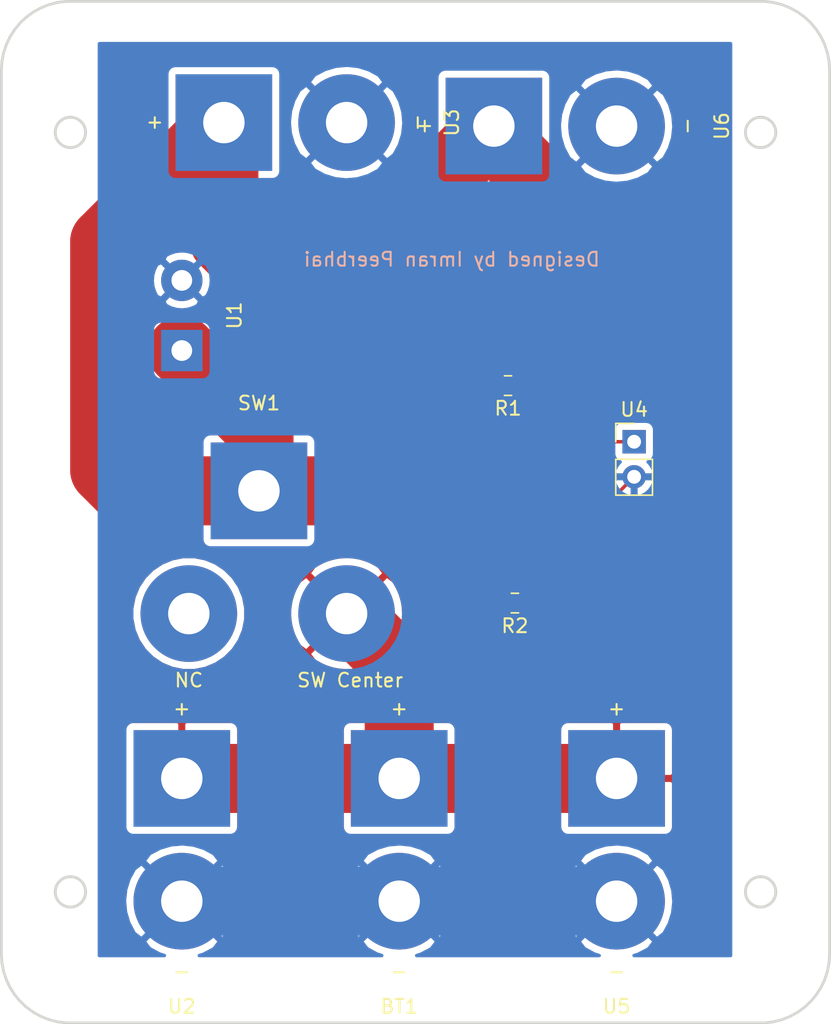
<source format=kicad_pcb>
(kicad_pcb (version 20171130) (host pcbnew "(5.1.5-0-10_14)")

  (general
    (thickness 1.6)
    (drawings 458)
    (tracks 39)
    (zones 0)
    (modules 10)
    (nets 6)
  )

  (page A4)
  (layers
    (0 F.Cu signal)
    (31 B.Cu signal)
    (32 B.Adhes user)
    (33 F.Adhes user)
    (34 B.Paste user)
    (35 F.Paste user)
    (36 B.SilkS user)
    (37 F.SilkS user)
    (38 B.Mask user)
    (39 F.Mask user)
    (40 Dwgs.User user)
    (41 Cmts.User user)
    (42 Eco1.User user)
    (43 Eco2.User user)
    (44 Edge.Cuts user)
    (45 Margin user)
    (46 B.CrtYd user)
    (47 F.CrtYd user)
    (48 B.Fab user)
    (49 F.Fab user)
  )

  (setup
    (last_trace_width 0.25)
    (user_trace_width 5)
    (trace_clearance 0.2)
    (zone_clearance 0.508)
    (zone_45_only no)
    (trace_min 0.2)
    (via_size 0.8)
    (via_drill 0.4)
    (via_min_size 0.4)
    (via_min_drill 0.3)
    (uvia_size 0.3)
    (uvia_drill 0.1)
    (uvias_allowed no)
    (uvia_min_size 0.2)
    (uvia_min_drill 0.1)
    (edge_width 0.05)
    (segment_width 0.2)
    (pcb_text_width 0.3)
    (pcb_text_size 1.5 1.5)
    (mod_edge_width 0.12)
    (mod_text_size 1 1)
    (mod_text_width 0.15)
    (pad_size 1.524 1.524)
    (pad_drill 0.762)
    (pad_to_mask_clearance 0.051)
    (solder_mask_min_width 0.25)
    (aux_axis_origin 0 0)
    (visible_elements 7FFFFFFF)
    (pcbplotparams
      (layerselection 0x010f0_ffffffff)
      (usegerberextensions true)
      (usegerberattributes false)
      (usegerberadvancedattributes false)
      (creategerberjobfile false)
      (excludeedgelayer true)
      (linewidth 0.100000)
      (plotframeref false)
      (viasonmask false)
      (mode 1)
      (useauxorigin false)
      (hpglpennumber 1)
      (hpglpenspeed 20)
      (hpglpendiameter 15.000000)
      (psnegative false)
      (psa4output false)
      (plotreference true)
      (plotvalue true)
      (plotinvisibletext false)
      (padsonsilk false)
      (subtractmaskfromsilk false)
      (outputformat 1)
      (mirror false)
      (drillshape 0)
      (scaleselection 1)
      (outputdirectory "Gerbers/"))
  )

  (net 0 "")
  (net 1 "Net-(BT1-Pad1)")
  (net 2 GND)
  (net 3 "Net-(R1-Pad1)")
  (net 4 "Net-(SW1-Pad1)")
  (net 5 "Net-(SW1-Pad3)")

  (net_class Default "This is the default net class."
    (clearance 0.2)
    (trace_width 0.25)
    (via_dia 0.8)
    (via_drill 0.4)
    (uvia_dia 0.3)
    (uvia_drill 0.1)
    (add_net GND)
    (add_net "Net-(BT1-Pad1)")
    (add_net "Net-(R1-Pad1)")
    (add_net "Net-(SW1-Pad1)")
    (add_net "Net-(SW1-Pad3)")
  )

  (module boughtParts:BigOutput (layer F.Cu) (tedit 5E604B64) (tstamp 5E60A3F9)
    (at 151.638 50.038 90)
    (path /5E5DC014)
    (fp_text reference U6 (at 0 2.54 90) (layer F.SilkS)
      (effects (font (size 1 1) (thickness 0.15)))
    )
    (fp_text value ServoPower (at 0 1.27 90) (layer F.Fab)
      (effects (font (size 1 1) (thickness 0.15)))
    )
    (fp_text user - (at 0 0 90) (layer F.SilkS)
      (effects (font (size 1 1) (thickness 0.15)))
    )
    (fp_text user + (at 0 -19.05 90) (layer F.SilkS)
      (effects (font (size 1 1) (thickness 0.15)))
    )
    (pad 2 thru_hole circle (at 0 -5.08 90) (size 7 7) (drill 3) (layers *.Cu *.Mask)
      (net 2 GND))
    (pad 1 thru_hole rect (at 0 -13.97 90) (size 7 7) (drill 3) (layers *.Cu *.Mask)
      (net 4 "Net-(SW1-Pad1)"))
  )

  (module boughtParts:BigOutput (layer F.Cu) (tedit 5E604B64) (tstamp 5E60A396)
    (at 130.81 111.252)
    (path /5E5C60BE)
    (fp_text reference BT1 (at 0 2.54) (layer F.SilkS)
      (effects (font (size 1 1) (thickness 0.15)))
    )
    (fp_text value Battery (at 0 1.27) (layer F.Fab)
      (effects (font (size 1 1) (thickness 0.15)))
    )
    (fp_text user + (at 0 -19.05) (layer F.SilkS)
      (effects (font (size 1 1) (thickness 0.15)))
    )
    (fp_text user - (at 0 0) (layer F.SilkS)
      (effects (font (size 1 1) (thickness 0.15)))
    )
    (pad 1 thru_hole rect (at 0 -13.97) (size 7 7) (drill 3) (layers *.Cu *.Mask)
      (net 1 "Net-(BT1-Pad1)"))
    (pad 2 thru_hole circle (at 0 -5.08) (size 7 7) (drill 3) (layers *.Cu *.Mask)
      (net 2 GND))
  )

  (module Resistor_SMD:R_0805_2012Metric_Pad1.15x1.40mm_HandSolder (layer F.Cu) (tedit 5B36C52B) (tstamp 5E60A3A7)
    (at 138.693 68.834 180)
    (descr "Resistor SMD 0805 (2012 Metric), square (rectangular) end terminal, IPC_7351 nominal with elongated pad for handsoldering. (Body size source: https://docs.google.com/spreadsheets/d/1BsfQQcO9C6DZCsRaXUlFlo91Tg2WpOkGARC1WS5S8t0/edit?usp=sharing), generated with kicad-footprint-generator")
    (tags "resistor handsolder")
    (path /5E5D2E17)
    (attr smd)
    (fp_text reference R1 (at 0 -1.65) (layer F.SilkS)
      (effects (font (size 1 1) (thickness 0.15)))
    )
    (fp_text value R (at 0 1.65) (layer F.Fab)
      (effects (font (size 1 1) (thickness 0.15)))
    )
    (fp_line (start -1 0.6) (end -1 -0.6) (layer F.Fab) (width 0.1))
    (fp_line (start -1 -0.6) (end 1 -0.6) (layer F.Fab) (width 0.1))
    (fp_line (start 1 -0.6) (end 1 0.6) (layer F.Fab) (width 0.1))
    (fp_line (start 1 0.6) (end -1 0.6) (layer F.Fab) (width 0.1))
    (fp_line (start -0.261252 -0.71) (end 0.261252 -0.71) (layer F.SilkS) (width 0.12))
    (fp_line (start -0.261252 0.71) (end 0.261252 0.71) (layer F.SilkS) (width 0.12))
    (fp_line (start -1.85 0.95) (end -1.85 -0.95) (layer F.CrtYd) (width 0.05))
    (fp_line (start -1.85 -0.95) (end 1.85 -0.95) (layer F.CrtYd) (width 0.05))
    (fp_line (start 1.85 -0.95) (end 1.85 0.95) (layer F.CrtYd) (width 0.05))
    (fp_line (start 1.85 0.95) (end -1.85 0.95) (layer F.CrtYd) (width 0.05))
    (fp_text user %R (at 1.769 1.016) (layer F.Fab)
      (effects (font (size 0.5 0.5) (thickness 0.08)))
    )
    (pad 1 smd roundrect (at -1.025 0 180) (size 1.15 1.4) (layers F.Cu F.Paste F.Mask) (roundrect_rratio 0.217391)
      (net 3 "Net-(R1-Pad1)"))
    (pad 2 smd roundrect (at 1.025 0 180) (size 1.15 1.4) (layers F.Cu F.Paste F.Mask) (roundrect_rratio 0.217391)
      (net 1 "Net-(BT1-Pad1)"))
    (model ${KISYS3DMOD}/Resistor_SMD.3dshapes/R_0805_2012Metric.wrl
      (at (xyz 0 0 0))
      (scale (xyz 1 1 1))
      (rotate (xyz 0 0 0))
    )
  )

  (module Resistor_SMD:R_0805_2012Metric_Pad1.15x1.40mm_HandSolder (layer F.Cu) (tedit 5B36C52B) (tstamp 5E60A3B8)
    (at 139.192 84.582 180)
    (descr "Resistor SMD 0805 (2012 Metric), square (rectangular) end terminal, IPC_7351 nominal with elongated pad for handsoldering. (Body size source: https://docs.google.com/spreadsheets/d/1BsfQQcO9C6DZCsRaXUlFlo91Tg2WpOkGARC1WS5S8t0/edit?usp=sharing), generated with kicad-footprint-generator")
    (tags "resistor handsolder")
    (path /5E5D460D)
    (attr smd)
    (fp_text reference R2 (at 0 -1.65) (layer F.SilkS)
      (effects (font (size 1 1) (thickness 0.15)))
    )
    (fp_text value R (at 0 1.65) (layer F.Fab)
      (effects (font (size 1 1) (thickness 0.15)))
    )
    (fp_text user %R (at 0 0) (layer F.Fab)
      (effects (font (size 0.5 0.5) (thickness 0.08)))
    )
    (fp_line (start 1.85 0.95) (end -1.85 0.95) (layer F.CrtYd) (width 0.05))
    (fp_line (start 1.85 -0.95) (end 1.85 0.95) (layer F.CrtYd) (width 0.05))
    (fp_line (start -1.85 -0.95) (end 1.85 -0.95) (layer F.CrtYd) (width 0.05))
    (fp_line (start -1.85 0.95) (end -1.85 -0.95) (layer F.CrtYd) (width 0.05))
    (fp_line (start -0.261252 0.71) (end 0.261252 0.71) (layer F.SilkS) (width 0.12))
    (fp_line (start -0.261252 -0.71) (end 0.261252 -0.71) (layer F.SilkS) (width 0.12))
    (fp_line (start 1 0.6) (end -1 0.6) (layer F.Fab) (width 0.1))
    (fp_line (start 1 -0.6) (end 1 0.6) (layer F.Fab) (width 0.1))
    (fp_line (start -1 -0.6) (end 1 -0.6) (layer F.Fab) (width 0.1))
    (fp_line (start -1 0.6) (end -1 -0.6) (layer F.Fab) (width 0.1))
    (pad 2 smd roundrect (at 1.025 0 180) (size 1.15 1.4) (layers F.Cu F.Paste F.Mask) (roundrect_rratio 0.217391)
      (net 3 "Net-(R1-Pad1)"))
    (pad 1 smd roundrect (at -1.025 0 180) (size 1.15 1.4) (layers F.Cu F.Paste F.Mask) (roundrect_rratio 0.217391)
      (net 2 GND))
    (model ${KISYS3DMOD}/Resistor_SMD.3dshapes/R_0805_2012Metric.wrl
      (at (xyz 0 0 0))
      (scale (xyz 1 1 1))
      (rotate (xyz 0 0 0))
    )
  )

  (module boughtParts:BigSwitch (layer F.Cu) (tedit 5E60505A) (tstamp 5E60A3BF)
    (at 120.65 71.374 180)
    (path /5E5DD4A7)
    (fp_text reference SW1 (at 0 1.27) (layer F.SilkS)
      (effects (font (size 1 1) (thickness 0.15)))
    )
    (fp_text value SW_DPDT_x2 (at 0 -0.5) (layer F.Fab)
      (effects (font (size 1 1) (thickness 0.15)))
    )
    (pad 1 thru_hole rect (at 0 -5.08 180) (size 7 7) (drill 3) (layers *.Cu *.Mask)
      (net 4 "Net-(SW1-Pad1)"))
    (pad 2 thru_hole circle (at -6.35 -13.97 180) (size 7 7) (drill 3) (layers *.Cu *.Mask)
      (net 1 "Net-(BT1-Pad1)"))
    (pad 3 thru_hole circle (at 5.08 -13.97 180) (size 7 7) (drill 3) (layers *.Cu *.Mask)
      (net 5 "Net-(SW1-Pad3)"))
  )

  (module boughtParts:SmallPower (layer F.Cu) (tedit 5E605163) (tstamp 5E60A3C5)
    (at 117.602 63.754 90)
    (path /5E5E5123)
    (fp_text reference U1 (at 0 1.27 90) (layer F.SilkS)
      (effects (font (size 1 1) (thickness 0.15)))
    )
    (fp_text value 5vBuck (at 0 0 90) (layer F.Fab)
      (effects (font (size 1 1) (thickness 0.15)))
    )
    (pad 2 thru_hole circle (at 2.54 -2.54 90) (size 3 3) (drill 1.5) (layers *.Cu *.Mask)
      (net 2 GND))
    (pad 1 thru_hole rect (at -2.54 -2.54 90) (size 3 3) (drill 1.5) (layers *.Cu *.Mask)
      (net 4 "Net-(SW1-Pad1)"))
  )

  (module boughtParts:BigOutput (layer F.Cu) (tedit 5E604B64) (tstamp 5E60A3CD)
    (at 115.062 111.252)
    (path /5E5E71F9)
    (fp_text reference U2 (at 0 2.54) (layer F.SilkS)
      (effects (font (size 1 1) (thickness 0.15)))
    )
    (fp_text value BigOutput (at 0 1.27) (layer F.Fab)
      (effects (font (size 1 1) (thickness 0.15)))
    )
    (fp_text user + (at 0 -19.05) (layer F.SilkS)
      (effects (font (size 1 1) (thickness 0.15)))
    )
    (fp_text user - (at 0 0) (layer F.SilkS)
      (effects (font (size 1 1) (thickness 0.15)))
    )
    (pad 1 thru_hole rect (at 0 -13.97) (size 7 7) (drill 3) (layers *.Cu *.Mask)
      (net 1 "Net-(BT1-Pad1)"))
    (pad 2 thru_hole circle (at 0 -5.08) (size 7 7) (drill 3) (layers *.Cu *.Mask)
      (net 2 GND))
  )

  (module boughtParts:BigOutput (layer F.Cu) (tedit 5E604B64) (tstamp 5E60A3D5)
    (at 132.08 49.784 90)
    (path /5E5DB3F3)
    (fp_text reference U3 (at 0 2.54 90) (layer F.SilkS)
      (effects (font (size 1 1) (thickness 0.15)))
    )
    (fp_text value ServoPower (at 0 1.27 90) (layer F.Fab)
      (effects (font (size 1 1) (thickness 0.15)))
    )
    (fp_text user - (at 0 0 90) (layer F.SilkS)
      (effects (font (size 1 1) (thickness 0.15)))
    )
    (fp_text user + (at 0 -19.05 90) (layer F.SilkS)
      (effects (font (size 1 1) (thickness 0.15)))
    )
    (pad 2 thru_hole circle (at 0 -5.08 90) (size 7 7) (drill 3) (layers *.Cu *.Mask)
      (net 2 GND))
    (pad 1 thru_hole rect (at 0 -13.97 90) (size 7 7) (drill 3) (layers *.Cu *.Mask)
      (net 4 "Net-(SW1-Pad1)"))
  )

  (module Connector_PinHeader_2.54mm:PinHeader_1x02_P2.54mm_Vertical (layer F.Cu) (tedit 59FED5CC) (tstamp 5E60A3EB)
    (at 147.828 72.898)
    (descr "Through hole straight pin header, 1x02, 2.54mm pitch, single row")
    (tags "Through hole pin header THT 1x02 2.54mm single row")
    (path /5E5E6533)
    (fp_text reference U4 (at 0 -2.33) (layer F.SilkS)
      (effects (font (size 1 1) (thickness 0.15)))
    )
    (fp_text value VoltageMonitor (at 0 4.87) (layer F.Fab)
      (effects (font (size 1 1) (thickness 0.15)))
    )
    (fp_line (start -0.635 -1.27) (end 1.27 -1.27) (layer F.Fab) (width 0.1))
    (fp_line (start 1.27 -1.27) (end 1.27 3.81) (layer F.Fab) (width 0.1))
    (fp_line (start 1.27 3.81) (end -1.27 3.81) (layer F.Fab) (width 0.1))
    (fp_line (start -1.27 3.81) (end -1.27 -0.635) (layer F.Fab) (width 0.1))
    (fp_line (start -1.27 -0.635) (end -0.635 -1.27) (layer F.Fab) (width 0.1))
    (fp_line (start -1.33 3.87) (end 1.33 3.87) (layer F.SilkS) (width 0.12))
    (fp_line (start -1.33 1.27) (end -1.33 3.87) (layer F.SilkS) (width 0.12))
    (fp_line (start 1.33 1.27) (end 1.33 3.87) (layer F.SilkS) (width 0.12))
    (fp_line (start -1.33 1.27) (end 1.33 1.27) (layer F.SilkS) (width 0.12))
    (fp_line (start -1.33 0) (end -1.33 -1.33) (layer F.SilkS) (width 0.12))
    (fp_line (start -1.33 -1.33) (end 0 -1.33) (layer F.SilkS) (width 0.12))
    (fp_line (start -1.8 -1.8) (end -1.8 4.35) (layer F.CrtYd) (width 0.05))
    (fp_line (start -1.8 4.35) (end 1.8 4.35) (layer F.CrtYd) (width 0.05))
    (fp_line (start 1.8 4.35) (end 1.8 -1.8) (layer F.CrtYd) (width 0.05))
    (fp_line (start 1.8 -1.8) (end -1.8 -1.8) (layer F.CrtYd) (width 0.05))
    (fp_text user %R (at 0 1.27 90) (layer F.Fab)
      (effects (font (size 1 1) (thickness 0.15)))
    )
    (pad 1 thru_hole rect (at 0 0) (size 1.7 1.7) (drill 1) (layers *.Cu *.Mask)
      (net 3 "Net-(R1-Pad1)"))
    (pad 2 thru_hole oval (at 0 2.54) (size 1.7 1.7) (drill 1) (layers *.Cu *.Mask)
      (net 2 GND))
    (model ${KISYS3DMOD}/Connector_PinHeader_2.54mm.3dshapes/PinHeader_1x02_P2.54mm_Vertical.wrl
      (at (xyz 0 0 0))
      (scale (xyz 1 1 1))
      (rotate (xyz 0 0 0))
    )
  )

  (module boughtParts:BigOutput (layer F.Cu) (tedit 5E604B64) (tstamp 5E60A3F3)
    (at 146.558 111.252)
    (path /5E5E8450)
    (fp_text reference U5 (at 0 2.54) (layer F.SilkS)
      (effects (font (size 1 1) (thickness 0.15)))
    )
    (fp_text value BigOutput (at 0 1.27) (layer F.Fab)
      (effects (font (size 1 1) (thickness 0.15)))
    )
    (fp_text user - (at 0 0) (layer F.SilkS)
      (effects (font (size 1 1) (thickness 0.15)))
    )
    (fp_text user + (at 0 -19.05) (layer F.SilkS)
      (effects (font (size 1 1) (thickness 0.15)))
    )
    (pad 2 thru_hole circle (at 0 -5.08) (size 7 7) (drill 3) (layers *.Cu *.Mask)
      (net 2 GND))
    (pad 1 thru_hole rect (at 0 -13.97) (size 7 7) (drill 3) (layers *.Cu *.Mask)
      (net 1 "Net-(BT1-Pad1)"))
  )

  (gr_poly (pts (xy 146.558 109.728) (xy 114.808 109.728) (xy 114.808 102.616) (xy 146.558 102.616)) (layer B.Mask) (width 0.1))
  (gr_text "Designed by Imran Peerbhai" (at 134.62 59.69) (layer B.SilkS)
    (effects (font (size 1 1) (thickness 0.15)) (justify mirror))
  )
  (gr_line (start 107.2652 106.562) (end 107.1977 106.5771) (layer Edge.Cuts) (width 0.2))
  (gr_line (start 108.0894 105.5657) (end 108.0829 105.6345) (layer Edge.Cuts) (width 0.2))
  (gr_line (start 107.8815 106.1432) (end 107.8392 106.1978) (layer Edge.Cuts) (width 0.2))
  (gr_line (start 108.0829 105.3587) (end 108.0894 105.4275) (layer Edge.Cuts) (width 0.2))
  (gr_line (start 107.46 106.4919) (end 107.3965 106.5194) (layer Edge.Cuts) (width 0.2))
  (gr_line (start 107.6928 106.3442) (end 107.6382 106.3865) (layer Edge.Cuts) (width 0.2))
  (gr_line (start 106.1897 106.2496) (end 106.144 106.1978) (layer Edge.Cuts) (width 0.2))
  (gr_line (start 106.9225 106.5944) (end 106.8537 106.5879) (layer Edge.Cuts) (width 0.2))
  (gr_line (start 108.057 105.223) (end 108.0721 105.2905) (layer Edge.Cuts) (width 0.2))
  (gr_line (start 108.0378 105.1567) (end 108.057 105.223) (layer Edge.Cuts) (width 0.2))
  (gr_line (start 106.2904 106.3442) (end 106.2386 106.2985) (layer Edge.Cuts) (width 0.2))
  (gr_line (start 106.2386 106.2985) (end 106.1897 106.2496) (layer Edge.Cuts) (width 0.2))
  (gr_line (start 106.345 106.3865) (end 106.2904 106.3442) (layer Edge.Cuts) (width 0.2))
  (gr_line (start 107.7446 106.2985) (end 107.6928 106.3442) (layer Edge.Cuts) (width 0.2))
  (gr_line (start 107.9204 106.086) (end 107.8815 106.1432) (layer Edge.Cuts) (width 0.2))
  (gr_line (start 107.9555 106.0265) (end 107.9204 106.086) (layer Edge.Cuts) (width 0.2))
  (gr_line (start 106.4617 106.4605) (end 106.4022 106.4254) (layer Edge.Cuts) (width 0.2))
  (gr_line (start 106.5232 106.4919) (end 106.4617 106.4605) (layer Edge.Cuts) (width 0.2))
  (gr_line (start 106.6517 106.5428) (end 106.5867 106.5194) (layer Edge.Cuts) (width 0.2))
  (gr_line (start 107.9555 104.9667) (end 107.9869 105.0282) (layer Edge.Cuts) (width 0.2))
  (gr_line (start 106.7855 106.5771) (end 106.718 106.562) (layer Edge.Cuts) (width 0.2))
  (gr_line (start 106.9916 106.5966) (end 106.9225 106.5944) (layer Edge.Cuts) (width 0.2))
  (gr_line (start 107.1977 106.5771) (end 107.1295 106.5879) (layer Edge.Cuts) (width 0.2))
  (gr_line (start 107.3315 106.5428) (end 107.2652 106.562) (layer Edge.Cuts) (width 0.2))
  (gr_line (start 107.6382 104.6067) (end 107.6928 104.649) (layer Edge.Cuts) (width 0.2))
  (gr_line (start 108.0378 105.8365) (end 108.0144 105.9015) (layer Edge.Cuts) (width 0.2))
  (gr_line (start 107.7935 104.7436) (end 107.8392 104.7954) (layer Edge.Cuts) (width 0.2))
  (gr_line (start 108.0721 105.2905) (end 108.0829 105.3587) (layer Edge.Cuts) (width 0.2))
  (gr_line (start 108.0916 105.4966) (end 108.0894 105.5657) (layer Edge.Cuts) (width 0.2))
  (gr_line (start 107.5215 104.5327) (end 107.581 104.5678) (layer Edge.Cuts) (width 0.2))
  (gr_line (start 108.0894 105.4275) (end 108.0916 105.4966) (layer Edge.Cuts) (width 0.2))
  (gr_line (start 107.3965 106.5194) (end 107.3315 106.5428) (layer Edge.Cuts) (width 0.2))
  (gr_line (start 107.5215 106.4605) (end 107.46 106.4919) (layer Edge.Cuts) (width 0.2))
  (gr_line (start 107.581 106.4254) (end 107.5215 106.4605) (layer Edge.Cuts) (width 0.2))
  (gr_line (start 107.7935 106.2496) (end 107.7446 106.2985) (layer Edge.Cuts) (width 0.2))
  (gr_line (start 108.0144 105.9015) (end 107.9869 105.965) (layer Edge.Cuts) (width 0.2))
  (gr_line (start 107.581 104.5678) (end 107.6382 104.6067) (layer Edge.Cuts) (width 0.2))
  (gr_line (start 108.0829 105.6345) (end 108.0721 105.7027) (layer Edge.Cuts) (width 0.2))
  (gr_line (start 107.8815 104.85) (end 107.9204 104.9072) (layer Edge.Cuts) (width 0.2))
  (gr_line (start 107.46 104.5013) (end 107.5215 104.5327) (layer Edge.Cuts) (width 0.2))
  (gr_line (start 107.7446 104.6947) (end 107.7935 104.7436) (layer Edge.Cuts) (width 0.2))
  (gr_line (start 108.0144 105.0917) (end 108.0378 105.1567) (layer Edge.Cuts) (width 0.2))
  (gr_line (start 108.057 105.7702) (end 108.0378 105.8365) (layer Edge.Cuts) (width 0.2))
  (gr_line (start 107.8392 104.7954) (end 107.8815 104.85) (layer Edge.Cuts) (width 0.2))
  (gr_line (start 108.0721 105.7027) (end 108.057 105.7702) (layer Edge.Cuts) (width 0.2))
  (gr_line (start 107.9204 104.9072) (end 107.9555 104.9667) (layer Edge.Cuts) (width 0.2))
  (gr_line (start 107.6928 104.649) (end 107.7446 104.6947) (layer Edge.Cuts) (width 0.2))
  (gr_line (start 105.9963 105.965) (end 105.9688 105.9015) (layer Edge.Cuts) (width 0.2))
  (gr_line (start 107.9869 105.965) (end 107.9555 106.0265) (layer Edge.Cuts) (width 0.2))
  (gr_line (start 106.4022 106.4254) (end 106.345 106.3865) (layer Edge.Cuts) (width 0.2))
  (gr_line (start 106.0277 106.0265) (end 105.9963 105.965) (layer Edge.Cuts) (width 0.2))
  (gr_line (start 106.5867 106.5194) (end 106.5232 106.4919) (layer Edge.Cuts) (width 0.2))
  (gr_line (start 106.718 106.562) (end 106.6517 106.5428) (layer Edge.Cuts) (width 0.2))
  (gr_line (start 107.8392 106.1978) (end 107.7935 106.2496) (layer Edge.Cuts) (width 0.2))
  (gr_line (start 107.1295 106.5879) (end 107.0607 106.5944) (layer Edge.Cuts) (width 0.2))
  (gr_line (start 106.0628 106.086) (end 106.0277 106.0265) (layer Edge.Cuts) (width 0.2))
  (gr_line (start 106.1017 106.1432) (end 106.0628 106.086) (layer Edge.Cuts) (width 0.2))
  (gr_line (start 107.9869 105.0282) (end 108.0144 105.0917) (layer Edge.Cuts) (width 0.2))
  (gr_line (start 106.144 106.1978) (end 106.1017 106.1432) (layer Edge.Cuts) (width 0.2))
  (gr_line (start 106.8537 106.5879) (end 106.7855 106.5771) (layer Edge.Cuts) (width 0.2))
  (gr_line (start 107.6382 106.3865) (end 107.581 106.4254) (layer Edge.Cuts) (width 0.2))
  (gr_line (start 107.0607 106.5944) (end 106.9916 106.5966) (layer Edge.Cuts) (width 0.2))
  (gr_line (start 105.9963 105.0282) (end 106.0277 104.9667) (layer Edge.Cuts) (width 0.2))
  (gr_line (start 107.3965 104.4738) (end 107.46 104.5013) (layer Edge.Cuts) (width 0.2))
  (gr_line (start 107.3315 104.4504) (end 107.3965 104.4738) (layer Edge.Cuts) (width 0.2))
  (gr_line (start 103.3468 42.5739) (end 102.9465 43.0577) (layer Edge.Cuts) (width 0.2))
  (gr_line (start 107.2652 104.4312) (end 107.3315 104.4504) (layer Edge.Cuts) (width 0.2))
  (gr_line (start 158.5367 41.2413) (end 157.9285 41.0852) (layer Edge.Cuts) (width 0.2))
  (gr_line (start 161.9916 109.9966) (end 161.9916 45.9966) (layer Edge.Cuts) (width 0.2))
  (gr_line (start 107.1977 104.4161) (end 107.2652 104.4312) (layer Edge.Cuts) (width 0.2))
  (gr_line (start 106.9225 104.3988) (end 106.9916 104.3966) (layer Edge.Cuts) (width 0.2))
  (gr_line (start 161.0367 112.9355) (end 161.3731 112.4054) (layer Edge.Cuts) (width 0.2))
  (gr_line (start 161.9916 45.9966) (end 161.9522 45.3699) (layer Edge.Cuts) (width 0.2))
  (gr_line (start 106.1897 104.7436) (end 106.2386 104.6947) (layer Edge.Cuts) (width 0.2))
  (gr_line (start 157.9285 41.0852) (end 157.3056 41.0065) (layer Edge.Cuts) (width 0.2))
  (gr_line (start 160.6364 42.5739) (end 160.1787 42.144) (layer Edge.Cuts) (width 0.2))
  (gr_line (start 107.1295 104.4053) (end 107.1977 104.4161) (layer Edge.Cuts) (width 0.2))
  (gr_line (start 104.8627 41.4725) (end 104.3125 41.775) (layer Edge.Cuts) (width 0.2))
  (gr_line (start 161.8345 44.7532) (end 161.6405 44.156) (layer Edge.Cuts) (width 0.2))
  (gr_line (start 106.718 104.4312) (end 106.7855 104.4161) (layer Edge.Cuts) (width 0.2))
  (gr_line (start 107.0607 104.3988) (end 107.1295 104.4053) (layer Edge.Cuts) (width 0.2))
  (gr_line (start 106.9916 104.3966) (end 107.0607 104.3988) (layer Edge.Cuts) (width 0.2))
  (gr_line (start 105.9111 105.2905) (end 105.9262 105.223) (layer Edge.Cuts) (width 0.2))
  (gr_line (start 106.8537 104.4053) (end 106.9225 104.3988) (layer Edge.Cuts) (width 0.2))
  (gr_line (start 161.6405 111.8372) (end 161.8345 111.24) (layer Edge.Cuts) (width 0.2))
  (gr_line (start 106.7855 104.4161) (end 106.8537 104.4053) (layer Edge.Cuts) (width 0.2))
  (gr_line (start 106.4617 104.5327) (end 106.5232 104.5013) (layer Edge.Cuts) (width 0.2))
  (gr_line (start 103.8045 42.144) (end 103.3468 42.5739) (layer Edge.Cuts) (width 0.2))
  (gr_line (start 159.6707 41.775) (end 159.1205 41.4725) (layer Edge.Cuts) (width 0.2))
  (gr_line (start 161.0367 43.0577) (end 160.6364 42.5739) (layer Edge.Cuts) (width 0.2))
  (gr_line (start 102.6101 43.5878) (end 102.3427 44.156) (layer Edge.Cuts) (width 0.2))
  (gr_line (start 106.6517 104.4504) (end 106.718 104.4312) (layer Edge.Cuts) (width 0.2))
  (gr_line (start 106.5867 104.4738) (end 106.6517 104.4504) (layer Edge.Cuts) (width 0.2))
  (gr_line (start 106.345 104.6067) (end 106.4022 104.5678) (layer Edge.Cuts) (width 0.2))
  (gr_line (start 106.0628 104.9072) (end 106.1017 104.85) (layer Edge.Cuts) (width 0.2))
  (gr_line (start 105.8938 105.4275) (end 105.9003 105.3587) (layer Edge.Cuts) (width 0.2))
  (gr_line (start 161.9522 110.6233) (end 161.9916 109.9966) (layer Edge.Cuts) (width 0.2))
  (gr_line (start 102.1487 44.7532) (end 102.031 45.3699) (layer Edge.Cuts) (width 0.2))
  (gr_line (start 106.0277 104.9667) (end 106.0628 104.9072) (layer Edge.Cuts) (width 0.2))
  (gr_line (start 105.9688 105.0917) (end 105.9963 105.0282) (layer Edge.Cuts) (width 0.2))
  (gr_line (start 105.9454 105.1567) (end 105.9688 105.0917) (layer Edge.Cuts) (width 0.2))
  (gr_line (start 105.9262 105.223) (end 105.9454 105.1567) (layer Edge.Cuts) (width 0.2))
  (gr_line (start 105.8916 105.4966) (end 105.8938 105.4275) (layer Edge.Cuts) (width 0.2))
  (gr_line (start 104.3125 41.775) (end 103.8045 42.144) (layer Edge.Cuts) (width 0.2))
  (gr_line (start 161.3731 43.5878) (end 161.0367 43.0577) (layer Edge.Cuts) (width 0.2))
  (gr_line (start 106.5232 104.5013) (end 106.5867 104.4738) (layer Edge.Cuts) (width 0.2))
  (gr_line (start 106.4022 104.5678) (end 106.4617 104.5327) (layer Edge.Cuts) (width 0.2))
  (gr_line (start 106.2904 104.649) (end 106.345 104.6067) (layer Edge.Cuts) (width 0.2))
  (gr_line (start 106.2386 104.6947) (end 106.2904 104.649) (layer Edge.Cuts) (width 0.2))
  (gr_line (start 106.144 104.7954) (end 106.1897 104.7436) (layer Edge.Cuts) (width 0.2))
  (gr_line (start 106.1017 104.85) (end 106.144 104.7954) (layer Edge.Cuts) (width 0.2))
  (gr_line (start 105.9003 105.3587) (end 105.9111 105.2905) (layer Edge.Cuts) (width 0.2))
  (gr_line (start 106.0547 41.0852) (end 105.4465 41.2413) (layer Edge.Cuts) (width 0.2))
  (gr_line (start 101.9916 45.9966) (end 101.9916 109.9966) (layer Edge.Cuts) (width 0.2))
  (gr_line (start 102.9465 43.0577) (end 102.6101 43.5878) (layer Edge.Cuts) (width 0.2))
  (gr_line (start 106.6776 41.0065) (end 106.0547 41.0852) (layer Edge.Cuts) (width 0.2))
  (gr_line (start 157.3056 41.0065) (end 106.6776 41.0065) (layer Edge.Cuts) (width 0.2))
  (gr_line (start 161.6405 44.156) (end 161.3731 43.5878) (layer Edge.Cuts) (width 0.2))
  (gr_line (start 161.9522 45.3699) (end 161.8345 44.7532) (layer Edge.Cuts) (width 0.2))
  (gr_line (start 161.8345 111.24) (end 161.9522 110.6233) (layer Edge.Cuts) (width 0.2))
  (gr_line (start 102.031 45.3699) (end 101.9916 45.9966) (layer Edge.Cuts) (width 0.2))
  (gr_line (start 160.1787 42.144) (end 159.6707 41.775) (layer Edge.Cuts) (width 0.2))
  (gr_line (start 159.1205 41.4725) (end 158.5367 41.2413) (layer Edge.Cuts) (width 0.2))
  (gr_line (start 102.3427 44.156) (end 102.1487 44.7532) (layer Edge.Cuts) (width 0.2))
  (gr_line (start 161.3731 112.4054) (end 161.6405 111.8372) (layer Edge.Cuts) (width 0.2))
  (gr_line (start 105.4465 41.2413) (end 104.8627 41.4725) (layer Edge.Cuts) (width 0.2))
  (gr_line (start 157.9285 114.908) (end 158.5367 114.7519) (layer Edge.Cuts) (width 0.2))
  (gr_line (start 102.9465 112.9355) (end 103.3468 113.4193) (layer Edge.Cuts) (width 0.2))
  (gr_line (start 106.6776 114.9867) (end 157.3056 114.9867) (layer Edge.Cuts) (width 0.2))
  (gr_line (start 102.031 110.6233) (end 102.1487 111.24) (layer Edge.Cuts) (width 0.2))
  (gr_line (start 103.3468 113.4193) (end 103.8045 113.8492) (layer Edge.Cuts) (width 0.2))
  (gr_line (start 160.6364 113.4193) (end 161.0367 112.9355) (layer Edge.Cuts) (width 0.2))
  (gr_line (start 160.1787 113.8492) (end 160.6364 113.4193) (layer Edge.Cuts) (width 0.2))
  (gr_line (start 159.1205 114.5207) (end 159.6707 114.2182) (layer Edge.Cuts) (width 0.2))
  (gr_line (start 106.0547 114.908) (end 106.6776 114.9867) (layer Edge.Cuts) (width 0.2))
  (gr_line (start 103.8045 113.8492) (end 104.3125 114.2182) (layer Edge.Cuts) (width 0.2))
  (gr_line (start 102.3427 111.8372) (end 102.6101 112.4054) (layer Edge.Cuts) (width 0.2))
  (gr_line (start 104.8627 114.5207) (end 105.4465 114.7519) (layer Edge.Cuts) (width 0.2))
  (gr_line (start 102.1487 111.24) (end 102.3427 111.8372) (layer Edge.Cuts) (width 0.2))
  (gr_line (start 104.3125 114.2182) (end 104.8627 114.5207) (layer Edge.Cuts) (width 0.2))
  (gr_line (start 101.9916 109.9966) (end 102.031 110.6233) (layer Edge.Cuts) (width 0.2))
  (gr_line (start 159.6707 114.2182) (end 160.1787 113.8492) (layer Edge.Cuts) (width 0.2))
  (gr_line (start 105.4465 114.7519) (end 106.0547 114.908) (layer Edge.Cuts) (width 0.2))
  (gr_line (start 158.5367 114.7519) (end 159.1205 114.5207) (layer Edge.Cuts) (width 0.2))
  (gr_line (start 157.3056 114.9867) (end 157.9285 114.908) (layer Edge.Cuts) (width 0.2))
  (gr_line (start 102.6101 112.4054) (end 102.9465 112.9355) (layer Edge.Cuts) (width 0.2))
  (gr_line (start 156.5232 51.4919) (end 156.4617 51.4605) (layer Edge.Cuts) (width 0.2))
  (gr_line (start 107.9204 51.086) (end 107.8815 51.1432) (layer Edge.Cuts) (width 0.2))
  (gr_line (start 108.0378 50.1567) (end 108.057 50.223) (layer Edge.Cuts) (width 0.2))
  (gr_line (start 108.057 50.223) (end 108.0721 50.2905) (layer Edge.Cuts) (width 0.2))
  (gr_line (start 107.9555 51.0265) (end 107.9204 51.086) (layer Edge.Cuts) (width 0.2))
  (gr_line (start 107.9869 50.965) (end 107.9555 51.0265) (layer Edge.Cuts) (width 0.2))
  (gr_line (start 108.0144 50.9015) (end 107.9869 50.965) (layer Edge.Cuts) (width 0.2))
  (gr_line (start 108.0829 50.3587) (end 108.0894 50.4275) (layer Edge.Cuts) (width 0.2))
  (gr_line (start 108.0894 50.4275) (end 108.0916 50.4966) (layer Edge.Cuts) (width 0.2))
  (gr_line (start 107.9869 50.0282) (end 108.0144 50.0917) (layer Edge.Cuts) (width 0.2))
  (gr_line (start 108.057 50.7702) (end 108.0378 50.8365) (layer Edge.Cuts) (width 0.2))
  (gr_line (start 108.0894 50.5657) (end 108.0829 50.6345) (layer Edge.Cuts) (width 0.2))
  (gr_line (start 108.0144 50.0917) (end 108.0378 50.1567) (layer Edge.Cuts) (width 0.2))
  (gr_line (start 108.0721 50.7027) (end 108.057 50.7702) (layer Edge.Cuts) (width 0.2))
  (gr_line (start 107.9555 49.9667) (end 107.9869 50.0282) (layer Edge.Cuts) (width 0.2))
  (gr_line (start 108.0916 50.4966) (end 108.0894 50.5657) (layer Edge.Cuts) (width 0.2))
  (gr_line (start 108.0829 50.6345) (end 108.0721 50.7027) (layer Edge.Cuts) (width 0.2))
  (gr_line (start 108.0721 50.2905) (end 108.0829 50.3587) (layer Edge.Cuts) (width 0.2))
  (gr_line (start 107.6928 51.3442) (end 107.6382 51.3865) (layer Edge.Cuts) (width 0.2))
  (gr_line (start 107.7446 51.2985) (end 107.6928 51.3442) (layer Edge.Cuts) (width 0.2))
  (gr_line (start 107.7935 51.2496) (end 107.7446 51.2985) (layer Edge.Cuts) (width 0.2))
  (gr_line (start 108.0378 50.8365) (end 108.0144 50.9015) (layer Edge.Cuts) (width 0.2))
  (gr_line (start 107.8392 51.1978) (end 107.7935 51.2496) (layer Edge.Cuts) (width 0.2))
  (gr_line (start 107.8815 51.1432) (end 107.8392 51.1978) (layer Edge.Cuts) (width 0.2))
  (gr_line (start 106.5867 51.5194) (end 106.5232 51.4919) (layer Edge.Cuts) (width 0.2))
  (gr_line (start 107.2652 51.562) (end 107.1977 51.5771) (layer Edge.Cuts) (width 0.2))
  (gr_line (start 106.8537 51.5879) (end 106.7855 51.5771) (layer Edge.Cuts) (width 0.2))
  (gr_line (start 106.9916 51.5966) (end 106.9225 51.5944) (layer Edge.Cuts) (width 0.2))
  (gr_line (start 106.345 51.3865) (end 106.2904 51.3442) (layer Edge.Cuts) (width 0.2))
  (gr_line (start 106.7855 51.5771) (end 106.718 51.562) (layer Edge.Cuts) (width 0.2))
  (gr_line (start 107.5215 51.4605) (end 107.46 51.4919) (layer Edge.Cuts) (width 0.2))
  (gr_line (start 107.6382 51.3865) (end 107.581 51.4254) (layer Edge.Cuts) (width 0.2))
  (gr_line (start 107.0607 51.5944) (end 106.9916 51.5966) (layer Edge.Cuts) (width 0.2))
  (gr_line (start 106.718 51.562) (end 106.6517 51.5428) (layer Edge.Cuts) (width 0.2))
  (gr_line (start 106.6517 51.5428) (end 106.5867 51.5194) (layer Edge.Cuts) (width 0.2))
  (gr_line (start 106.4022 51.4254) (end 106.345 51.3865) (layer Edge.Cuts) (width 0.2))
  (gr_line (start 107.3315 51.5428) (end 107.2652 51.562) (layer Edge.Cuts) (width 0.2))
  (gr_line (start 106.4617 51.4605) (end 106.4022 51.4254) (layer Edge.Cuts) (width 0.2))
  (gr_line (start 107.46 51.4919) (end 107.3965 51.5194) (layer Edge.Cuts) (width 0.2))
  (gr_line (start 107.1295 51.5879) (end 107.0607 51.5944) (layer Edge.Cuts) (width 0.2))
  (gr_line (start 107.581 51.4254) (end 107.5215 51.4605) (layer Edge.Cuts) (width 0.2))
  (gr_line (start 106.5232 51.4919) (end 106.4617 51.4605) (layer Edge.Cuts) (width 0.2))
  (gr_line (start 106.9225 51.5944) (end 106.8537 51.5879) (layer Edge.Cuts) (width 0.2))
  (gr_line (start 107.3965 51.5194) (end 107.3315 51.5428) (layer Edge.Cuts) (width 0.2))
  (gr_line (start 107.1977 51.5771) (end 107.1295 51.5879) (layer Edge.Cuts) (width 0.2))
  (gr_line (start 105.9003 50.3587) (end 105.9111 50.2905) (layer Edge.Cuts) (width 0.2))
  (gr_line (start 105.9003 105.6345) (end 105.8938 105.5657) (layer Edge.Cuts) (width 0.2))
  (gr_line (start 105.9454 105.8365) (end 105.9262 105.7702) (layer Edge.Cuts) (width 0.2))
  (gr_line (start 106.0277 49.9667) (end 106.0628 49.9072) (layer Edge.Cuts) (width 0.2))
  (gr_line (start 105.9963 50.0282) (end 106.0277 49.9667) (layer Edge.Cuts) (width 0.2))
  (gr_line (start 105.9688 50.0917) (end 105.9963 50.0282) (layer Edge.Cuts) (width 0.2))
  (gr_line (start 105.9688 105.9015) (end 105.9454 105.8365) (layer Edge.Cuts) (width 0.2))
  (gr_line (start 105.9454 50.1567) (end 105.9688 50.0917) (layer Edge.Cuts) (width 0.2))
  (gr_line (start 105.9262 50.223) (end 105.9454 50.1567) (layer Edge.Cuts) (width 0.2))
  (gr_line (start 105.8916 50.4966) (end 105.8938 50.4275) (layer Edge.Cuts) (width 0.2))
  (gr_line (start 105.8938 50.4275) (end 105.9003 50.3587) (layer Edge.Cuts) (width 0.2))
  (gr_line (start 105.9111 50.2905) (end 105.9262 50.223) (layer Edge.Cuts) (width 0.2))
  (gr_line (start 105.8938 105.5657) (end 105.8916 105.4966) (layer Edge.Cuts) (width 0.2))
  (gr_line (start 105.9111 105.7027) (end 105.9003 105.6345) (layer Edge.Cuts) (width 0.2))
  (gr_line (start 105.9262 105.7702) (end 105.9111 105.7027) (layer Edge.Cuts) (width 0.2))
  (gr_line (start 106.1017 49.85) (end 106.144 49.7954) (layer Edge.Cuts) (width 0.2))
  (gr_line (start 106.7855 49.4161) (end 106.8537 49.4053) (layer Edge.Cuts) (width 0.2))
  (gr_line (start 106.5232 49.5013) (end 106.5867 49.4738) (layer Edge.Cuts) (width 0.2))
  (gr_line (start 106.2904 49.649) (end 106.345 49.6067) (layer Edge.Cuts) (width 0.2))
  (gr_line (start 107.9204 49.9072) (end 107.9555 49.9667) (layer Edge.Cuts) (width 0.2))
  (gr_line (start 107.7935 49.7436) (end 107.8392 49.7954) (layer Edge.Cuts) (width 0.2))
  (gr_line (start 107.8815 49.85) (end 107.9204 49.9072) (layer Edge.Cuts) (width 0.2))
  (gr_line (start 107.7446 49.6947) (end 107.7935 49.7436) (layer Edge.Cuts) (width 0.2))
  (gr_line (start 107.581 49.5678) (end 107.6382 49.6067) (layer Edge.Cuts) (width 0.2))
  (gr_line (start 107.5215 49.5327) (end 107.581 49.5678) (layer Edge.Cuts) (width 0.2))
  (gr_line (start 106.4022 49.5678) (end 106.4617 49.5327) (layer Edge.Cuts) (width 0.2))
  (gr_line (start 106.1897 49.7436) (end 106.2386 49.6947) (layer Edge.Cuts) (width 0.2))
  (gr_line (start 107.1295 49.4053) (end 107.1977 49.4161) (layer Edge.Cuts) (width 0.2))
  (gr_line (start 107.6382 49.6067) (end 107.6928 49.649) (layer Edge.Cuts) (width 0.2))
  (gr_line (start 106.2386 49.6947) (end 106.2904 49.649) (layer Edge.Cuts) (width 0.2))
  (gr_line (start 107.46 49.5013) (end 107.5215 49.5327) (layer Edge.Cuts) (width 0.2))
  (gr_line (start 107.3315 49.4504) (end 107.3965 49.4738) (layer Edge.Cuts) (width 0.2))
  (gr_line (start 106.4617 49.5327) (end 106.5232 49.5013) (layer Edge.Cuts) (width 0.2))
  (gr_line (start 107.0607 49.3988) (end 107.1295 49.4053) (layer Edge.Cuts) (width 0.2))
  (gr_line (start 106.5867 49.4738) (end 106.6517 49.4504) (layer Edge.Cuts) (width 0.2))
  (gr_line (start 106.345 49.6067) (end 106.4022 49.5678) (layer Edge.Cuts) (width 0.2))
  (gr_line (start 106.0628 49.9072) (end 106.1017 49.85) (layer Edge.Cuts) (width 0.2))
  (gr_line (start 106.144 49.7954) (end 106.1897 49.7436) (layer Edge.Cuts) (width 0.2))
  (gr_line (start 107.3965 49.4738) (end 107.46 49.5013) (layer Edge.Cuts) (width 0.2))
  (gr_line (start 107.2652 49.4312) (end 107.3315 49.4504) (layer Edge.Cuts) (width 0.2))
  (gr_line (start 106.8537 49.4053) (end 106.9225 49.3988) (layer Edge.Cuts) (width 0.2))
  (gr_line (start 107.1977 49.4161) (end 107.2652 49.4312) (layer Edge.Cuts) (width 0.2))
  (gr_line (start 106.6517 49.4504) (end 106.718 49.4312) (layer Edge.Cuts) (width 0.2))
  (gr_line (start 107.8392 49.7954) (end 107.8815 49.85) (layer Edge.Cuts) (width 0.2))
  (gr_line (start 106.9916 49.3966) (end 107.0607 49.3988) (layer Edge.Cuts) (width 0.2))
  (gr_line (start 106.9225 49.3988) (end 106.9916 49.3966) (layer Edge.Cuts) (width 0.2))
  (gr_line (start 106.718 49.4312) (end 106.7855 49.4161) (layer Edge.Cuts) (width 0.2))
  (gr_line (start 107.6928 49.649) (end 107.7446 49.6947) (layer Edge.Cuts) (width 0.2))
  (gr_line (start 156.345 51.3865) (end 156.2904 51.3442) (layer Edge.Cuts) (width 0.2))
  (gr_line (start 156.144 51.1978) (end 156.1017 51.1432) (layer Edge.Cuts) (width 0.2))
  (gr_line (start 156.4022 51.4254) (end 156.345 51.3865) (layer Edge.Cuts) (width 0.2))
  (gr_line (start 155.9454 50.8365) (end 155.9262 50.7702) (layer Edge.Cuts) (width 0.2))
  (gr_line (start 156.2904 51.3442) (end 156.2386 51.2985) (layer Edge.Cuts) (width 0.2))
  (gr_line (start 155.9003 50.6345) (end 155.8938 50.5657) (layer Edge.Cuts) (width 0.2))
  (gr_line (start 156.4617 51.4605) (end 156.4022 51.4254) (layer Edge.Cuts) (width 0.2))
  (gr_line (start 156.1897 51.2496) (end 156.144 51.1978) (layer Edge.Cuts) (width 0.2))
  (gr_line (start 155.8938 50.5657) (end 155.8916 50.4966) (layer Edge.Cuts) (width 0.2))
  (gr_line (start 156.1017 51.1432) (end 156.0628 51.086) (layer Edge.Cuts) (width 0.2))
  (gr_line (start 155.9111 50.7027) (end 155.9003 50.6345) (layer Edge.Cuts) (width 0.2))
  (gr_line (start 156.2386 51.2985) (end 156.1897 51.2496) (layer Edge.Cuts) (width 0.2))
  (gr_line (start 155.9262 50.7702) (end 155.9111 50.7027) (layer Edge.Cuts) (width 0.2))
  (gr_line (start 156.0628 51.086) (end 156.0277 51.0265) (layer Edge.Cuts) (width 0.2))
  (gr_line (start 156.0277 51.0265) (end 155.9963 50.965) (layer Edge.Cuts) (width 0.2))
  (gr_line (start 155.9963 50.965) (end 155.9688 50.9015) (layer Edge.Cuts) (width 0.2))
  (gr_line (start 155.9688 50.9015) (end 155.9454 50.8365) (layer Edge.Cuts) (width 0.2))
  (gr_line (start 157.6928 106.3442) (end 157.6382 106.3865) (layer Edge.Cuts) (width 0.2))
  (gr_line (start 157.7446 106.2985) (end 157.6928 106.3442) (layer Edge.Cuts) (width 0.2))
  (gr_line (start 157.7935 106.2496) (end 157.7446 106.2985) (layer Edge.Cuts) (width 0.2))
  (gr_line (start 157.8392 106.1978) (end 157.7935 106.2496) (layer Edge.Cuts) (width 0.2))
  (gr_line (start 157.9869 105.965) (end 157.9555 106.0265) (layer Edge.Cuts) (width 0.2))
  (gr_line (start 157.8815 106.1432) (end 157.8392 106.1978) (layer Edge.Cuts) (width 0.2))
  (gr_line (start 157.9555 106.0265) (end 157.9204 106.086) (layer Edge.Cuts) (width 0.2))
  (gr_line (start 157.9204 106.086) (end 157.8815 106.1432) (layer Edge.Cuts) (width 0.2))
  (gr_line (start 156.4617 106.4605) (end 156.4022 106.4254) (layer Edge.Cuts) (width 0.2))
  (gr_line (start 157.1977 106.5771) (end 157.1295 106.5879) (layer Edge.Cuts) (width 0.2))
  (gr_line (start 156.7855 106.5771) (end 156.718 106.562) (layer Edge.Cuts) (width 0.2))
  (gr_line (start 157.3965 106.5194) (end 157.3315 106.5428) (layer Edge.Cuts) (width 0.2))
  (gr_line (start 156.5232 106.4919) (end 156.4617 106.4605) (layer Edge.Cuts) (width 0.2))
  (gr_line (start 157.6382 106.3865) (end 157.581 106.4254) (layer Edge.Cuts) (width 0.2))
  (gr_line (start 156.5867 106.5194) (end 156.5232 106.4919) (layer Edge.Cuts) (width 0.2))
  (gr_line (start 156.6517 106.5428) (end 156.5867 106.5194) (layer Edge.Cuts) (width 0.2))
  (gr_line (start 157.1295 106.5879) (end 157.0607 106.5944) (layer Edge.Cuts) (width 0.2))
  (gr_line (start 157.2652 106.562) (end 157.1977 106.5771) (layer Edge.Cuts) (width 0.2))
  (gr_line (start 157.3315 106.5428) (end 157.2652 106.562) (layer Edge.Cuts) (width 0.2))
  (gr_line (start 156.718 106.562) (end 156.6517 106.5428) (layer Edge.Cuts) (width 0.2))
  (gr_line (start 156.9916 106.5966) (end 156.9225 106.5944) (layer Edge.Cuts) (width 0.2))
  (gr_line (start 157.0607 106.5944) (end 156.9916 106.5966) (layer Edge.Cuts) (width 0.2))
  (gr_line (start 157.581 106.4254) (end 157.5215 106.4605) (layer Edge.Cuts) (width 0.2))
  (gr_line (start 156.9225 106.5944) (end 156.8537 106.5879) (layer Edge.Cuts) (width 0.2))
  (gr_line (start 156.8537 106.5879) (end 156.7855 106.5771) (layer Edge.Cuts) (width 0.2))
  (gr_line (start 157.46 106.4919) (end 157.3965 106.5194) (layer Edge.Cuts) (width 0.2))
  (gr_line (start 157.5215 106.4605) (end 157.46 106.4919) (layer Edge.Cuts) (width 0.2))
  (gr_line (start 156.345 106.3865) (end 156.2904 106.3442) (layer Edge.Cuts) (width 0.2))
  (gr_line (start 156.4022 106.4254) (end 156.345 106.3865) (layer Edge.Cuts) (width 0.2))
  (gr_line (start 155.8938 105.4275) (end 155.9003 105.3587) (layer Edge.Cuts) (width 0.2))
  (gr_line (start 105.9111 50.7027) (end 105.9003 50.6345) (layer Edge.Cuts) (width 0.2))
  (gr_line (start 106.0277 51.0265) (end 105.9963 50.965) (layer Edge.Cuts) (width 0.2))
  (gr_line (start 106.144 51.1978) (end 106.1017 51.1432) (layer Edge.Cuts) (width 0.2))
  (gr_line (start 106.1017 51.1432) (end 106.0628 51.086) (layer Edge.Cuts) (width 0.2))
  (gr_line (start 106.2386 51.2985) (end 106.1897 51.2496) (layer Edge.Cuts) (width 0.2))
  (gr_line (start 155.9003 105.3587) (end 155.9111 105.2905) (layer Edge.Cuts) (width 0.2))
  (gr_line (start 105.9688 50.9015) (end 105.9454 50.8365) (layer Edge.Cuts) (width 0.2))
  (gr_line (start 105.8938 50.5657) (end 105.8916 50.4966) (layer Edge.Cuts) (width 0.2))
  (gr_line (start 106.2904 51.3442) (end 106.2386 51.2985) (layer Edge.Cuts) (width 0.2))
  (gr_line (start 105.9963 50.965) (end 105.9688 50.9015) (layer Edge.Cuts) (width 0.2))
  (gr_line (start 105.9003 50.6345) (end 105.8938 50.5657) (layer Edge.Cuts) (width 0.2))
  (gr_line (start 106.0628 51.086) (end 106.0277 51.0265) (layer Edge.Cuts) (width 0.2))
  (gr_line (start 105.9262 50.7702) (end 105.9111 50.7027) (layer Edge.Cuts) (width 0.2))
  (gr_line (start 155.9688 105.0917) (end 155.9963 105.0282) (layer Edge.Cuts) (width 0.2))
  (gr_line (start 155.9454 105.1567) (end 155.9688 105.0917) (layer Edge.Cuts) (width 0.2))
  (gr_line (start 106.1897 51.2496) (end 106.144 51.1978) (layer Edge.Cuts) (width 0.2))
  (gr_line (start 105.9454 50.8365) (end 105.9262 50.7702) (layer Edge.Cuts) (width 0.2))
  (gr_line (start 155.9262 105.223) (end 155.9454 105.1567) (layer Edge.Cuts) (width 0.2))
  (gr_line (start 155.9111 105.2905) (end 155.9262 105.223) (layer Edge.Cuts) (width 0.2))
  (gr_line (start 155.8916 105.4966) (end 155.8938 105.4275) (layer Edge.Cuts) (width 0.2))
  (gr_line (start 156.718 104.4312) (end 156.7855 104.4161) (layer Edge.Cuts) (width 0.2))
  (gr_line (start 156.144 104.7954) (end 156.1897 104.7436) (layer Edge.Cuts) (width 0.2))
  (gr_line (start 156.4022 104.5678) (end 156.4617 104.5327) (layer Edge.Cuts) (width 0.2))
  (gr_line (start 156.2904 104.649) (end 156.345 104.6067) (layer Edge.Cuts) (width 0.2))
  (gr_line (start 156.1017 104.85) (end 156.144 104.7954) (layer Edge.Cuts) (width 0.2))
  (gr_line (start 157.0607 104.3988) (end 157.1295 104.4053) (layer Edge.Cuts) (width 0.2))
  (gr_line (start 156.9225 104.3988) (end 156.9916 104.3966) (layer Edge.Cuts) (width 0.2))
  (gr_line (start 156.9916 104.3966) (end 157.0607 104.3988) (layer Edge.Cuts) (width 0.2))
  (gr_line (start 156.2386 104.6947) (end 156.2904 104.649) (layer Edge.Cuts) (width 0.2))
  (gr_line (start 156.0277 104.9667) (end 156.0628 104.9072) (layer Edge.Cuts) (width 0.2))
  (gr_line (start 156.5232 104.5013) (end 156.5867 104.4738) (layer Edge.Cuts) (width 0.2))
  (gr_line (start 156.8537 104.4053) (end 156.9225 104.3988) (layer Edge.Cuts) (width 0.2))
  (gr_line (start 156.7855 104.4161) (end 156.8537 104.4053) (layer Edge.Cuts) (width 0.2))
  (gr_line (start 156.1897 104.7436) (end 156.2386 104.6947) (layer Edge.Cuts) (width 0.2))
  (gr_line (start 156.6517 104.4504) (end 156.718 104.4312) (layer Edge.Cuts) (width 0.2))
  (gr_line (start 156.345 104.6067) (end 156.4022 104.5678) (layer Edge.Cuts) (width 0.2))
  (gr_line (start 156.5867 104.4738) (end 156.6517 104.4504) (layer Edge.Cuts) (width 0.2))
  (gr_line (start 156.4617 104.5327) (end 156.5232 104.5013) (layer Edge.Cuts) (width 0.2))
  (gr_line (start 155.9963 105.0282) (end 156.0277 104.9667) (layer Edge.Cuts) (width 0.2))
  (gr_line (start 156.0628 104.9072) (end 156.1017 104.85) (layer Edge.Cuts) (width 0.2))
  (gr_line (start 158.0378 105.1567) (end 158.057 105.223) (layer Edge.Cuts) (width 0.2))
  (gr_line (start 157.46 104.5013) (end 157.5215 104.5327) (layer Edge.Cuts) (width 0.2))
  (gr_line (start 158.0829 105.3587) (end 158.0894 105.4275) (layer Edge.Cuts) (width 0.2))
  (gr_line (start 157.5215 104.5327) (end 157.581 104.5678) (layer Edge.Cuts) (width 0.2))
  (gr_line (start 157.1977 104.4161) (end 157.2652 104.4312) (layer Edge.Cuts) (width 0.2))
  (gr_line (start 157.7935 104.7436) (end 157.8392 104.7954) (layer Edge.Cuts) (width 0.2))
  (gr_line (start 158.0144 105.9015) (end 157.9869 105.965) (layer Edge.Cuts) (width 0.2))
  (gr_line (start 158.0916 105.4966) (end 158.0894 105.5657) (layer Edge.Cuts) (width 0.2))
  (gr_line (start 158.0378 105.8365) (end 158.0144 105.9015) (layer Edge.Cuts) (width 0.2))
  (gr_line (start 158.057 105.7702) (end 158.0378 105.8365) (layer Edge.Cuts) (width 0.2))
  (gr_line (start 158.0721 105.7027) (end 158.057 105.7702) (layer Edge.Cuts) (width 0.2))
  (gr_line (start 158.0829 105.6345) (end 158.0721 105.7027) (layer Edge.Cuts) (width 0.2))
  (gr_line (start 157.8815 104.85) (end 157.9204 104.9072) (layer Edge.Cuts) (width 0.2))
  (gr_line (start 158.0721 105.2905) (end 158.0829 105.3587) (layer Edge.Cuts) (width 0.2))
  (gr_line (start 157.3315 104.4504) (end 157.3965 104.4738) (layer Edge.Cuts) (width 0.2))
  (gr_line (start 157.1295 104.4053) (end 157.1977 104.4161) (layer Edge.Cuts) (width 0.2))
  (gr_line (start 158.0894 105.5657) (end 158.0829 105.6345) (layer Edge.Cuts) (width 0.2))
  (gr_line (start 158.0894 105.4275) (end 158.0916 105.4966) (layer Edge.Cuts) (width 0.2))
  (gr_line (start 157.9555 104.9667) (end 157.9869 105.0282) (layer Edge.Cuts) (width 0.2))
  (gr_line (start 158.057 105.223) (end 158.0721 105.2905) (layer Edge.Cuts) (width 0.2))
  (gr_line (start 158.0144 105.0917) (end 158.0378 105.1567) (layer Edge.Cuts) (width 0.2))
  (gr_line (start 157.9869 105.0282) (end 158.0144 105.0917) (layer Edge.Cuts) (width 0.2))
  (gr_line (start 157.8392 104.7954) (end 157.8815 104.85) (layer Edge.Cuts) (width 0.2))
  (gr_line (start 157.6928 104.649) (end 157.7446 104.6947) (layer Edge.Cuts) (width 0.2))
  (gr_line (start 157.6382 104.6067) (end 157.6928 104.649) (layer Edge.Cuts) (width 0.2))
  (gr_line (start 157.581 104.5678) (end 157.6382 104.6067) (layer Edge.Cuts) (width 0.2))
  (gr_line (start 157.2652 104.4312) (end 157.3315 104.4504) (layer Edge.Cuts) (width 0.2))
  (gr_line (start 157.3965 104.4738) (end 157.46 104.5013) (layer Edge.Cuts) (width 0.2))
  (gr_line (start 157.9204 104.9072) (end 157.9555 104.9667) (layer Edge.Cuts) (width 0.2))
  (gr_line (start 157.7446 104.6947) (end 157.7935 104.7436) (layer Edge.Cuts) (width 0.2))
  (gr_line (start 158.0721 50.2905) (end 158.0829 50.3587) (layer Edge.Cuts) (width 0.2))
  (gr_line (start 158.0894 50.5657) (end 158.0829 50.6345) (layer Edge.Cuts) (width 0.2))
  (gr_line (start 158.0916 50.4966) (end 158.0894 50.5657) (layer Edge.Cuts) (width 0.2))
  (gr_line (start 158.0829 50.3587) (end 158.0894 50.4275) (layer Edge.Cuts) (width 0.2))
  (gr_line (start 157.8392 51.1978) (end 157.7935 51.2496) (layer Edge.Cuts) (width 0.2))
  (gr_line (start 157.8815 51.1432) (end 157.8392 51.1978) (layer Edge.Cuts) (width 0.2))
  (gr_line (start 157.9204 51.086) (end 157.8815 51.1432) (layer Edge.Cuts) (width 0.2))
  (gr_line (start 157.9555 51.0265) (end 157.9204 51.086) (layer Edge.Cuts) (width 0.2))
  (gr_line (start 157.9869 50.965) (end 157.9555 51.0265) (layer Edge.Cuts) (width 0.2))
  (gr_line (start 158.0144 50.9015) (end 157.9869 50.965) (layer Edge.Cuts) (width 0.2))
  (gr_line (start 158.0378 50.8365) (end 158.0144 50.9015) (layer Edge.Cuts) (width 0.2))
  (gr_line (start 158.057 50.7702) (end 158.0378 50.8365) (layer Edge.Cuts) (width 0.2))
  (gr_line (start 158.0721 50.7027) (end 158.057 50.7702) (layer Edge.Cuts) (width 0.2))
  (gr_line (start 158.0829 50.6345) (end 158.0721 50.7027) (layer Edge.Cuts) (width 0.2))
  (gr_line (start 158.0894 50.4275) (end 158.0916 50.4966) (layer Edge.Cuts) (width 0.2))
  (gr_line (start 156.1897 49.7436) (end 156.2386 49.6947) (layer Edge.Cuts) (width 0.2))
  (gr_line (start 156.718 49.4312) (end 156.7855 49.4161) (layer Edge.Cuts) (width 0.2))
  (gr_line (start 156.144 49.7954) (end 156.1897 49.7436) (layer Edge.Cuts) (width 0.2))
  (gr_line (start 156.7855 49.4161) (end 156.8537 49.4053) (layer Edge.Cuts) (width 0.2))
  (gr_line (start 156.4022 49.5678) (end 156.4617 49.5327) (layer Edge.Cuts) (width 0.2))
  (gr_line (start 156.4617 49.5327) (end 156.5232 49.5013) (layer Edge.Cuts) (width 0.2))
  (gr_line (start 156.1017 49.85) (end 156.144 49.7954) (layer Edge.Cuts) (width 0.2))
  (gr_line (start 156.8537 49.4053) (end 156.9225 49.3988) (layer Edge.Cuts) (width 0.2))
  (gr_line (start 156.345 49.6067) (end 156.4022 49.5678) (layer Edge.Cuts) (width 0.2))
  (gr_line (start 156.2904 49.649) (end 156.345 49.6067) (layer Edge.Cuts) (width 0.2))
  (gr_line (start 157.1977 49.4161) (end 157.2652 49.4312) (layer Edge.Cuts) (width 0.2))
  (gr_line (start 156.6517 49.4504) (end 156.718 49.4312) (layer Edge.Cuts) (width 0.2))
  (gr_line (start 157.2652 49.4312) (end 157.3315 49.4504) (layer Edge.Cuts) (width 0.2))
  (gr_line (start 157.1295 49.4053) (end 157.1977 49.4161) (layer Edge.Cuts) (width 0.2))
  (gr_line (start 157.0607 49.3988) (end 157.1295 49.4053) (layer Edge.Cuts) (width 0.2))
  (gr_line (start 156.9916 49.3966) (end 157.0607 49.3988) (layer Edge.Cuts) (width 0.2))
  (gr_line (start 156.2386 49.6947) (end 156.2904 49.649) (layer Edge.Cuts) (width 0.2))
  (gr_line (start 156.9225 49.3988) (end 156.9916 49.3966) (layer Edge.Cuts) (width 0.2))
  (gr_line (start 156.5867 49.4738) (end 156.6517 49.4504) (layer Edge.Cuts) (width 0.2))
  (gr_line (start 156.5232 49.5013) (end 156.5867 49.4738) (layer Edge.Cuts) (width 0.2))
  (gr_line (start 156.1897 106.2496) (end 156.144 106.1978) (layer Edge.Cuts) (width 0.2))
  (gr_line (start 156.0628 49.9072) (end 156.1017 49.85) (layer Edge.Cuts) (width 0.2))
  (gr_line (start 155.9111 50.2905) (end 155.9262 50.223) (layer Edge.Cuts) (width 0.2))
  (gr_line (start 156.0277 49.9667) (end 156.0628 49.9072) (layer Edge.Cuts) (width 0.2))
  (gr_line (start 156.2386 106.2985) (end 156.1897 106.2496) (layer Edge.Cuts) (width 0.2))
  (gr_line (start 155.9262 50.223) (end 155.9454 50.1567) (layer Edge.Cuts) (width 0.2))
  (gr_line (start 155.9003 50.3587) (end 155.9111 50.2905) (layer Edge.Cuts) (width 0.2))
  (gr_line (start 156.1017 106.1432) (end 156.0628 106.086) (layer Edge.Cuts) (width 0.2))
  (gr_line (start 156.0277 106.0265) (end 155.9963 105.965) (layer Edge.Cuts) (width 0.2))
  (gr_line (start 155.8938 50.4275) (end 155.9003 50.3587) (layer Edge.Cuts) (width 0.2))
  (gr_line (start 155.8938 105.5657) (end 155.8916 105.4966) (layer Edge.Cuts) (width 0.2))
  (gr_line (start 155.9963 50.0282) (end 156.0277 49.9667) (layer Edge.Cuts) (width 0.2))
  (gr_line (start 155.9688 50.0917) (end 155.9963 50.0282) (layer Edge.Cuts) (width 0.2))
  (gr_line (start 155.9454 50.1567) (end 155.9688 50.0917) (layer Edge.Cuts) (width 0.2))
  (gr_line (start 155.9262 105.7702) (end 155.9111 105.7027) (layer Edge.Cuts) (width 0.2))
  (gr_line (start 155.9963 105.965) (end 155.9688 105.9015) (layer Edge.Cuts) (width 0.2))
  (gr_line (start 155.9111 105.7027) (end 155.9003 105.6345) (layer Edge.Cuts) (width 0.2))
  (gr_line (start 155.9003 105.6345) (end 155.8938 105.5657) (layer Edge.Cuts) (width 0.2))
  (gr_line (start 155.8916 50.4966) (end 155.8938 50.4275) (layer Edge.Cuts) (width 0.2))
  (gr_line (start 155.9688 105.9015) (end 155.9454 105.8365) (layer Edge.Cuts) (width 0.2))
  (gr_line (start 155.9454 105.8365) (end 155.9262 105.7702) (layer Edge.Cuts) (width 0.2))
  (gr_line (start 156.0628 106.086) (end 156.0277 106.0265) (layer Edge.Cuts) (width 0.2))
  (gr_line (start 156.144 106.1978) (end 156.1017 106.1432) (layer Edge.Cuts) (width 0.2))
  (gr_line (start 156.2904 106.3442) (end 156.2386 106.2985) (layer Edge.Cuts) (width 0.2))
  (gr_line (start 157.9869 50.0282) (end 158.0144 50.0917) (layer Edge.Cuts) (width 0.2))
  (gr_line (start 157.9555 49.9667) (end 157.9869 50.0282) (layer Edge.Cuts) (width 0.2))
  (gr_line (start 157.581 49.5678) (end 157.6382 49.6067) (layer Edge.Cuts) (width 0.2))
  (gr_line (start 157.3315 49.4504) (end 157.3965 49.4738) (layer Edge.Cuts) (width 0.2))
  (gr_line (start 157.46 49.5013) (end 157.5215 49.5327) (layer Edge.Cuts) (width 0.2))
  (gr_line (start 157.9204 49.9072) (end 157.9555 49.9667) (layer Edge.Cuts) (width 0.2))
  (gr_line (start 157.8392 49.7954) (end 157.8815 49.85) (layer Edge.Cuts) (width 0.2))
  (gr_line (start 157.7935 49.7436) (end 157.8392 49.7954) (layer Edge.Cuts) (width 0.2))
  (gr_line (start 157.6928 49.649) (end 157.7446 49.6947) (layer Edge.Cuts) (width 0.2))
  (gr_line (start 157.3965 49.4738) (end 157.46 49.5013) (layer Edge.Cuts) (width 0.2))
  (gr_line (start 157.5215 49.5327) (end 157.581 49.5678) (layer Edge.Cuts) (width 0.2))
  (gr_line (start 157.8815 49.85) (end 157.9204 49.9072) (layer Edge.Cuts) (width 0.2))
  (gr_line (start 157.7446 49.6947) (end 157.7935 49.7436) (layer Edge.Cuts) (width 0.2))
  (gr_line (start 157.6382 49.6067) (end 157.6928 49.649) (layer Edge.Cuts) (width 0.2))
  (gr_line (start 158.057 50.223) (end 158.0721 50.2905) (layer Edge.Cuts) (width 0.2))
  (gr_line (start 158.0144 50.0917) (end 158.0378 50.1567) (layer Edge.Cuts) (width 0.2))
  (gr_line (start 158.0378 50.1567) (end 158.057 50.223) (layer Edge.Cuts) (width 0.2))
  (gr_line (start 157.6928 51.3442) (end 157.6382 51.3865) (layer Edge.Cuts) (width 0.2))
  (gr_line (start 157.5215 51.4605) (end 157.46 51.4919) (layer Edge.Cuts) (width 0.2))
  (gr_line (start 157.3965 51.5194) (end 157.3315 51.5428) (layer Edge.Cuts) (width 0.2))
  (gr_line (start 157.46 51.4919) (end 157.3965 51.5194) (layer Edge.Cuts) (width 0.2))
  (gr_line (start 157.581 51.4254) (end 157.5215 51.4605) (layer Edge.Cuts) (width 0.2))
  (gr_line (start 157.7446 51.2985) (end 157.6928 51.3442) (layer Edge.Cuts) (width 0.2))
  (gr_line (start 157.7935 51.2496) (end 157.7446 51.2985) (layer Edge.Cuts) (width 0.2))
  (gr_line (start 157.6382 51.3865) (end 157.581 51.4254) (layer Edge.Cuts) (width 0.2))
  (gr_line (start 156.5867 51.5194) (end 156.5232 51.4919) (layer Edge.Cuts) (width 0.2))
  (gr_line (start 157.1295 51.5879) (end 157.0607 51.5944) (layer Edge.Cuts) (width 0.2))
  (gr_line (start 157.2652 51.562) (end 157.1977 51.5771) (layer Edge.Cuts) (width 0.2))
  (gr_line (start 157.3315 51.5428) (end 157.2652 51.562) (layer Edge.Cuts) (width 0.2))
  (gr_line (start 157.0607 51.5944) (end 156.9916 51.5966) (layer Edge.Cuts) (width 0.2))
  (gr_line (start 157.1977 51.5771) (end 157.1295 51.5879) (layer Edge.Cuts) (width 0.2))
  (gr_line (start 156.9916 51.5966) (end 156.9225 51.5944) (layer Edge.Cuts) (width 0.2))
  (gr_line (start 156.7855 51.5771) (end 156.718 51.562) (layer Edge.Cuts) (width 0.2))
  (gr_line (start 156.8537 51.5879) (end 156.7855 51.5771) (layer Edge.Cuts) (width 0.2))
  (gr_line (start 156.9225 51.5944) (end 156.8537 51.5879) (layer Edge.Cuts) (width 0.2))
  (gr_line (start 156.6517 51.5428) (end 156.5867 51.5194) (layer Edge.Cuts) (width 0.2))
  (gr_line (start 156.718 51.562) (end 156.6517 51.5428) (layer Edge.Cuts) (width 0.2))
  (gr_text NC (at 115.57 90.17) (layer F.SilkS)
    (effects (font (size 1 1) (thickness 0.15)))
  )
  (gr_poly (pts (xy 143.764 100.838) (xy 134.112 100.838) (xy 134.112 93.726) (xy 143.764 93.726)) (layer F.Mask) (width 0.1))
  (gr_poly (pts (xy 128.778 100.838) (xy 117.602 100.838) (xy 117.602 93.726) (xy 128.778 93.726)) (layer F.Mask) (width 0.1))
  (gr_text "SW Center" (at 127.254 90.17) (layer F.SilkS)
    (effects (font (size 1 1) (thickness 0.15)))
  )

  (segment (start 115.062 97.282) (end 130.81 97.282) (width 5) (layer F.Cu) (net 1))
  (segment (start 130.81 97.282) (end 146.558 97.282) (width 5) (layer F.Cu) (net 1))
  (segment (start 130.81 89.154) (end 127 85.344) (width 5) (layer F.Cu) (net 1))
  (segment (start 130.81 97.282) (end 130.81 89.154) (width 5) (layer F.Cu) (net 1))
  (segment (start 137.668 74.676) (end 137.668 69.342) (width 0.25) (layer F.Cu) (net 1))
  (segment (start 127 85.344) (end 137.668 74.676) (width 0.25) (layer F.Cu) (net 1))
  (segment (start 140.217 83.049) (end 147.828 75.438) (width 0.25) (layer F.Cu) (net 2))
  (segment (start 140.217 84.582) (end 140.217 83.049) (width 0.25) (layer F.Cu) (net 2))
  (segment (start 115.062 106.172) (end 130.81 106.172) (width 5) (layer B.Cu) (net 2))
  (segment (start 146.558 106.172) (end 130.81 106.172) (width 5) (layer B.Cu) (net 2))
  (segment (start 139.718 69.534) (end 139.718 68.834) (width 0.25) (layer F.Cu) (net 3))
  (segment (start 147.828 72.898) (end 143.082 72.898) (width 0.25) (layer F.Cu) (net 3))
  (segment (start 138.167 83.882) (end 142.748 79.301) (width 0.25) (layer F.Cu) (net 3))
  (segment (start 138.167 84.582) (end 138.167 83.882) (width 0.25) (layer F.Cu) (net 3))
  (segment (start 142.748 72.644) (end 142.788 72.604) (width 0.25) (layer F.Cu) (net 3))
  (segment (start 143.082 72.898) (end 142.788 72.604) (width 0.25) (layer F.Cu) (net 3))
  (segment (start 142.748 79.301) (end 142.748 72.644) (width 0.25) (layer F.Cu) (net 3))
  (segment (start 142.788 72.604) (end 139.718 69.534) (width 0.25) (layer F.Cu) (net 3))
  (segment (start 120.65 71.882) (end 115.062 66.294) (width 5) (layer F.Cu) (net 4))
  (segment (start 120.65 76.454) (end 120.65 71.882) (width 5) (layer F.Cu) (net 4))
  (segment (start 120.65 76.454) (end 120.65 67.056) (width 5) (layer F.Cu) (net 4))
  (segment (start 118.11 58.284) (end 118.11 49.784) (width 5) (layer F.Cu) (net 4))
  (segment (start 120.278 60.452) (end 118.11 58.284) (width 5) (layer F.Cu) (net 4))
  (segment (start 127.254 60.452) (end 120.278 60.452) (width 5) (layer F.Cu) (net 4))
  (segment (start 127.254 60.452) (end 137.668 50.038) (width 5) (layer F.Cu) (net 4))
  (segment (start 120.65 67.056) (end 127.254 60.452) (width 5) (layer F.Cu) (net 4))
  (segment (start 109.474 58.42) (end 118.11 49.784) (width 5) (layer F.Cu) (net 4))
  (segment (start 109.474 74.93) (end 109.474 58.42) (width 5) (layer F.Cu) (net 4))
  (segment (start 120.65 76.454) (end 110.998 76.454) (width 5) (layer F.Cu) (net 4))
  (segment (start 110.998 76.454) (end 109.474 74.93) (width 5) (layer F.Cu) (net 4))
  (segment (start 129.15 76.454) (end 129.658 75.946) (width 5) (layer F.Cu) (net 4))
  (segment (start 120.65 76.454) (end 129.15 76.454) (width 5) (layer F.Cu) (net 4))
  (segment (start 129.658 75.946) (end 129.658 68.208) (width 5) (layer F.Cu) (net 4))
  (segment (start 129.658 68.208) (end 135.128 62.738) (width 5) (layer F.Cu) (net 4))
  (segment (start 135.128 62.738) (end 144.78 62.738) (width 5) (layer F.Cu) (net 4))
  (segment (start 144.78 62.738) (end 144.526 62.484) (width 5) (layer F.Cu) (net 4))
  (segment (start 144.526 62.484) (end 144.526 57.658) (width 5) (layer F.Cu) (net 4))
  (segment (start 137.668 50.8) (end 137.668 50.038) (width 5) (layer F.Cu) (net 4))
  (segment (start 144.526 57.658) (end 137.668 50.8) (width 5) (layer F.Cu) (net 4))

  (zone (net 2) (net_name GND) (layer B.Cu) (tstamp 5E608901) (hatch edge 0.508)
    (connect_pads (clearance 0.508))
    (min_thickness 0.254)
    (fill yes (arc_segments 32) (thermal_gap 0.508) (thermal_bridge_width 0.508))
    (polygon
      (pts
        (xy 154.94 110.236) (xy 108.966 110.236) (xy 108.966 43.942) (xy 154.94 43.942)
      )
    )
    (filled_polygon
      (pts
        (xy 154.813 110.109) (xy 147.826767 110.109) (xy 148.114597 110.024415) (xy 148.836256 109.646715) (xy 148.896366 109.60655)
        (xy 149.29255 109.086155) (xy 146.558 106.351605) (xy 143.82345 109.086155) (xy 144.219634 109.60655) (xy 144.934612 109.996748)
        (xy 145.29339 110.109) (xy 132.078767 110.109) (xy 132.366597 110.024415) (xy 133.088256 109.646715) (xy 133.148366 109.60655)
        (xy 133.54455 109.086155) (xy 130.81 106.351605) (xy 128.07545 109.086155) (xy 128.471634 109.60655) (xy 129.186612 109.996748)
        (xy 129.54539 110.109) (xy 116.330767 110.109) (xy 116.618597 110.024415) (xy 117.340256 109.646715) (xy 117.400366 109.60655)
        (xy 117.79655 109.086155) (xy 115.062 106.351605) (xy 112.32745 109.086155) (xy 112.723634 109.60655) (xy 113.438612 109.996748)
        (xy 113.79739 110.109) (xy 109.093 110.109) (xy 109.093 106.135853) (xy 110.907149 106.135853) (xy 110.979931 106.947118)
        (xy 111.209585 107.728597) (xy 111.587285 108.450256) (xy 111.62745 108.510366) (xy 112.147845 108.90655) (xy 114.882395 106.172)
        (xy 115.241605 106.172) (xy 117.976155 108.90655) (xy 118.49655 108.510366) (xy 118.886748 107.795388) (xy 119.129964 107.018024)
        (xy 119.216851 106.208147) (xy 119.210366 106.135853) (xy 126.655149 106.135853) (xy 126.727931 106.947118) (xy 126.957585 107.728597)
        (xy 127.335285 108.450256) (xy 127.37545 108.510366) (xy 127.895845 108.90655) (xy 130.630395 106.172) (xy 130.989605 106.172)
        (xy 133.724155 108.90655) (xy 134.24455 108.510366) (xy 134.634748 107.795388) (xy 134.877964 107.018024) (xy 134.964851 106.208147)
        (xy 134.958366 106.135853) (xy 142.403149 106.135853) (xy 142.475931 106.947118) (xy 142.705585 107.728597) (xy 143.083285 108.450256)
        (xy 143.12345 108.510366) (xy 143.643845 108.90655) (xy 146.378395 106.172) (xy 146.737605 106.172) (xy 149.472155 108.90655)
        (xy 149.99255 108.510366) (xy 150.382748 107.795388) (xy 150.625964 107.018024) (xy 150.712851 106.208147) (xy 150.640069 105.396882)
        (xy 150.410415 104.615403) (xy 150.032715 103.893744) (xy 149.99255 103.833634) (xy 149.472155 103.43745) (xy 146.737605 106.172)
        (xy 146.378395 106.172) (xy 143.643845 103.43745) (xy 143.12345 103.833634) (xy 142.733252 104.548612) (xy 142.490036 105.325976)
        (xy 142.403149 106.135853) (xy 134.958366 106.135853) (xy 134.892069 105.396882) (xy 134.662415 104.615403) (xy 134.284715 103.893744)
        (xy 134.24455 103.833634) (xy 133.724155 103.43745) (xy 130.989605 106.172) (xy 130.630395 106.172) (xy 127.895845 103.43745)
        (xy 127.37545 103.833634) (xy 126.985252 104.548612) (xy 126.742036 105.325976) (xy 126.655149 106.135853) (xy 119.210366 106.135853)
        (xy 119.144069 105.396882) (xy 118.914415 104.615403) (xy 118.536715 103.893744) (xy 118.49655 103.833634) (xy 117.976155 103.43745)
        (xy 115.241605 106.172) (xy 114.882395 106.172) (xy 112.147845 103.43745) (xy 111.62745 103.833634) (xy 111.237252 104.548612)
        (xy 110.994036 105.325976) (xy 110.907149 106.135853) (xy 109.093 106.135853) (xy 109.093 103.257845) (xy 112.32745 103.257845)
        (xy 115.062 105.992395) (xy 117.79655 103.257845) (xy 128.07545 103.257845) (xy 130.81 105.992395) (xy 133.54455 103.257845)
        (xy 143.82345 103.257845) (xy 146.558 105.992395) (xy 149.29255 103.257845) (xy 148.896366 102.73745) (xy 148.181388 102.347252)
        (xy 147.404024 102.104036) (xy 146.594147 102.017149) (xy 145.782882 102.089931) (xy 145.001403 102.319585) (xy 144.279744 102.697285)
        (xy 144.219634 102.73745) (xy 143.82345 103.257845) (xy 133.54455 103.257845) (xy 133.148366 102.73745) (xy 132.433388 102.347252)
        (xy 131.656024 102.104036) (xy 130.846147 102.017149) (xy 130.034882 102.089931) (xy 129.253403 102.319585) (xy 128.531744 102.697285)
        (xy 128.471634 102.73745) (xy 128.07545 103.257845) (xy 117.79655 103.257845) (xy 117.400366 102.73745) (xy 116.685388 102.347252)
        (xy 115.908024 102.104036) (xy 115.098147 102.017149) (xy 114.286882 102.089931) (xy 113.505403 102.319585) (xy 112.783744 102.697285)
        (xy 112.723634 102.73745) (xy 112.32745 103.257845) (xy 109.093 103.257845) (xy 109.093 93.782) (xy 110.923928 93.782)
        (xy 110.923928 100.782) (xy 110.936188 100.906482) (xy 110.972498 101.02618) (xy 111.031463 101.136494) (xy 111.110815 101.233185)
        (xy 111.207506 101.312537) (xy 111.31782 101.371502) (xy 111.437518 101.407812) (xy 111.562 101.420072) (xy 118.562 101.420072)
        (xy 118.686482 101.407812) (xy 118.80618 101.371502) (xy 118.916494 101.312537) (xy 119.013185 101.233185) (xy 119.092537 101.136494)
        (xy 119.151502 101.02618) (xy 119.187812 100.906482) (xy 119.200072 100.782) (xy 119.200072 93.782) (xy 126.671928 93.782)
        (xy 126.671928 100.782) (xy 126.684188 100.906482) (xy 126.720498 101.02618) (xy 126.779463 101.136494) (xy 126.858815 101.233185)
        (xy 126.955506 101.312537) (xy 127.06582 101.371502) (xy 127.185518 101.407812) (xy 127.31 101.420072) (xy 134.31 101.420072)
        (xy 134.434482 101.407812) (xy 134.55418 101.371502) (xy 134.664494 101.312537) (xy 134.761185 101.233185) (xy 134.840537 101.136494)
        (xy 134.899502 101.02618) (xy 134.935812 100.906482) (xy 134.948072 100.782) (xy 134.948072 93.782) (xy 142.419928 93.782)
        (xy 142.419928 100.782) (xy 142.432188 100.906482) (xy 142.468498 101.02618) (xy 142.527463 101.136494) (xy 142.606815 101.233185)
        (xy 142.703506 101.312537) (xy 142.81382 101.371502) (xy 142.933518 101.407812) (xy 143.058 101.420072) (xy 150.058 101.420072)
        (xy 150.182482 101.407812) (xy 150.30218 101.371502) (xy 150.412494 101.312537) (xy 150.509185 101.233185) (xy 150.588537 101.136494)
        (xy 150.647502 101.02618) (xy 150.683812 100.906482) (xy 150.696072 100.782) (xy 150.696072 93.782) (xy 150.683812 93.657518)
        (xy 150.647502 93.53782) (xy 150.588537 93.427506) (xy 150.509185 93.330815) (xy 150.412494 93.251463) (xy 150.30218 93.192498)
        (xy 150.182482 93.156188) (xy 150.058 93.143928) (xy 143.058 93.143928) (xy 142.933518 93.156188) (xy 142.81382 93.192498)
        (xy 142.703506 93.251463) (xy 142.606815 93.330815) (xy 142.527463 93.427506) (xy 142.468498 93.53782) (xy 142.432188 93.657518)
        (xy 142.419928 93.782) (xy 134.948072 93.782) (xy 134.935812 93.657518) (xy 134.899502 93.53782) (xy 134.840537 93.427506)
        (xy 134.761185 93.330815) (xy 134.664494 93.251463) (xy 134.55418 93.192498) (xy 134.434482 93.156188) (xy 134.31 93.143928)
        (xy 127.31 93.143928) (xy 127.185518 93.156188) (xy 127.06582 93.192498) (xy 126.955506 93.251463) (xy 126.858815 93.330815)
        (xy 126.779463 93.427506) (xy 126.720498 93.53782) (xy 126.684188 93.657518) (xy 126.671928 93.782) (xy 119.200072 93.782)
        (xy 119.187812 93.657518) (xy 119.151502 93.53782) (xy 119.092537 93.427506) (xy 119.013185 93.330815) (xy 118.916494 93.251463)
        (xy 118.80618 93.192498) (xy 118.686482 93.156188) (xy 118.562 93.143928) (xy 111.562 93.143928) (xy 111.437518 93.156188)
        (xy 111.31782 93.192498) (xy 111.207506 93.251463) (xy 111.110815 93.330815) (xy 111.031463 93.427506) (xy 110.972498 93.53782)
        (xy 110.936188 93.657518) (xy 110.923928 93.782) (xy 109.093 93.782) (xy 109.093 84.936738) (xy 111.435 84.936738)
        (xy 111.435 85.751262) (xy 111.593906 86.550135) (xy 111.905611 87.302657) (xy 112.358136 87.979909) (xy 112.934091 88.555864)
        (xy 113.611343 89.008389) (xy 114.363865 89.320094) (xy 115.162738 89.479) (xy 115.977262 89.479) (xy 116.776135 89.320094)
        (xy 117.528657 89.008389) (xy 118.205909 88.555864) (xy 118.781864 87.979909) (xy 119.234389 87.302657) (xy 119.546094 86.550135)
        (xy 119.705 85.751262) (xy 119.705 84.936738) (xy 122.865 84.936738) (xy 122.865 85.751262) (xy 123.023906 86.550135)
        (xy 123.335611 87.302657) (xy 123.788136 87.979909) (xy 124.364091 88.555864) (xy 125.041343 89.008389) (xy 125.793865 89.320094)
        (xy 126.592738 89.479) (xy 127.407262 89.479) (xy 128.206135 89.320094) (xy 128.958657 89.008389) (xy 129.635909 88.555864)
        (xy 130.211864 87.979909) (xy 130.664389 87.302657) (xy 130.976094 86.550135) (xy 131.135 85.751262) (xy 131.135 84.936738)
        (xy 130.976094 84.137865) (xy 130.664389 83.385343) (xy 130.211864 82.708091) (xy 129.635909 82.132136) (xy 128.958657 81.679611)
        (xy 128.206135 81.367906) (xy 127.407262 81.209) (xy 126.592738 81.209) (xy 125.793865 81.367906) (xy 125.041343 81.679611)
        (xy 124.364091 82.132136) (xy 123.788136 82.708091) (xy 123.335611 83.385343) (xy 123.023906 84.137865) (xy 122.865 84.936738)
        (xy 119.705 84.936738) (xy 119.546094 84.137865) (xy 119.234389 83.385343) (xy 118.781864 82.708091) (xy 118.205909 82.132136)
        (xy 117.528657 81.679611) (xy 116.776135 81.367906) (xy 115.977262 81.209) (xy 115.162738 81.209) (xy 114.363865 81.367906)
        (xy 113.611343 81.679611) (xy 112.934091 82.132136) (xy 112.358136 82.708091) (xy 111.905611 83.385343) (xy 111.593906 84.137865)
        (xy 111.435 84.936738) (xy 109.093 84.936738) (xy 109.093 72.954) (xy 116.511928 72.954) (xy 116.511928 79.954)
        (xy 116.524188 80.078482) (xy 116.560498 80.19818) (xy 116.619463 80.308494) (xy 116.698815 80.405185) (xy 116.795506 80.484537)
        (xy 116.90582 80.543502) (xy 117.025518 80.579812) (xy 117.15 80.592072) (xy 124.15 80.592072) (xy 124.274482 80.579812)
        (xy 124.39418 80.543502) (xy 124.504494 80.484537) (xy 124.601185 80.405185) (xy 124.680537 80.308494) (xy 124.739502 80.19818)
        (xy 124.775812 80.078482) (xy 124.788072 79.954) (xy 124.788072 75.79489) (xy 146.386524 75.79489) (xy 146.431175 75.942099)
        (xy 146.556359 76.20492) (xy 146.730412 76.438269) (xy 146.946645 76.633178) (xy 147.196748 76.782157) (xy 147.471109 76.879481)
        (xy 147.701 76.758814) (xy 147.701 75.565) (xy 147.955 75.565) (xy 147.955 76.758814) (xy 148.184891 76.879481)
        (xy 148.459252 76.782157) (xy 148.709355 76.633178) (xy 148.925588 76.438269) (xy 149.099641 76.20492) (xy 149.224825 75.942099)
        (xy 149.269476 75.79489) (xy 149.148155 75.565) (xy 147.955 75.565) (xy 147.701 75.565) (xy 146.507845 75.565)
        (xy 146.386524 75.79489) (xy 124.788072 75.79489) (xy 124.788072 72.954) (xy 124.775812 72.829518) (xy 124.739502 72.70982)
        (xy 124.680537 72.599506) (xy 124.601185 72.502815) (xy 124.504494 72.423463) (xy 124.39418 72.364498) (xy 124.274482 72.328188)
        (xy 124.15 72.315928) (xy 117.15 72.315928) (xy 117.025518 72.328188) (xy 116.90582 72.364498) (xy 116.795506 72.423463)
        (xy 116.698815 72.502815) (xy 116.619463 72.599506) (xy 116.560498 72.70982) (xy 116.524188 72.829518) (xy 116.511928 72.954)
        (xy 109.093 72.954) (xy 109.093 72.048) (xy 146.339928 72.048) (xy 146.339928 73.748) (xy 146.352188 73.872482)
        (xy 146.388498 73.99218) (xy 146.447463 74.102494) (xy 146.526815 74.199185) (xy 146.623506 74.278537) (xy 146.73382 74.337502)
        (xy 146.814466 74.361966) (xy 146.730412 74.437731) (xy 146.556359 74.67108) (xy 146.431175 74.933901) (xy 146.386524 75.08111)
        (xy 146.507845 75.311) (xy 147.701 75.311) (xy 147.701 75.291) (xy 147.955 75.291) (xy 147.955 75.311)
        (xy 149.148155 75.311) (xy 149.269476 75.08111) (xy 149.224825 74.933901) (xy 149.099641 74.67108) (xy 148.925588 74.437731)
        (xy 148.841534 74.361966) (xy 148.92218 74.337502) (xy 149.032494 74.278537) (xy 149.129185 74.199185) (xy 149.208537 74.102494)
        (xy 149.267502 73.99218) (xy 149.303812 73.872482) (xy 149.316072 73.748) (xy 149.316072 72.048) (xy 149.303812 71.923518)
        (xy 149.267502 71.80382) (xy 149.208537 71.693506) (xy 149.129185 71.596815) (xy 149.032494 71.517463) (xy 148.92218 71.458498)
        (xy 148.802482 71.422188) (xy 148.678 71.409928) (xy 146.978 71.409928) (xy 146.853518 71.422188) (xy 146.73382 71.458498)
        (xy 146.623506 71.517463) (xy 146.526815 71.596815) (xy 146.447463 71.693506) (xy 146.388498 71.80382) (xy 146.352188 71.923518)
        (xy 146.339928 72.048) (xy 109.093 72.048) (xy 109.093 64.794) (xy 112.923928 64.794) (xy 112.923928 67.794)
        (xy 112.936188 67.918482) (xy 112.972498 68.03818) (xy 113.031463 68.148494) (xy 113.110815 68.245185) (xy 113.207506 68.324537)
        (xy 113.31782 68.383502) (xy 113.437518 68.419812) (xy 113.562 68.432072) (xy 116.562 68.432072) (xy 116.686482 68.419812)
        (xy 116.80618 68.383502) (xy 116.916494 68.324537) (xy 117.013185 68.245185) (xy 117.092537 68.148494) (xy 117.151502 68.03818)
        (xy 117.187812 67.918482) (xy 117.200072 67.794) (xy 117.200072 64.794) (xy 117.187812 64.669518) (xy 117.151502 64.54982)
        (xy 117.092537 64.439506) (xy 117.013185 64.342815) (xy 116.916494 64.263463) (xy 116.80618 64.204498) (xy 116.686482 64.168188)
        (xy 116.562 64.155928) (xy 113.562 64.155928) (xy 113.437518 64.168188) (xy 113.31782 64.204498) (xy 113.207506 64.263463)
        (xy 113.110815 64.342815) (xy 113.031463 64.439506) (xy 112.972498 64.54982) (xy 112.936188 64.669518) (xy 112.923928 64.794)
        (xy 109.093 64.794) (xy 109.093 62.705653) (xy 113.749952 62.705653) (xy 113.905962 63.021214) (xy 114.280745 63.21202)
        (xy 114.685551 63.326044) (xy 115.104824 63.358902) (xy 115.522451 63.309334) (xy 115.922383 63.179243) (xy 116.218038 63.021214)
        (xy 116.374048 62.705653) (xy 115.062 61.393605) (xy 113.749952 62.705653) (xy 109.093 62.705653) (xy 109.093 61.256824)
        (xy 112.917098 61.256824) (xy 112.966666 61.674451) (xy 113.096757 62.074383) (xy 113.254786 62.370038) (xy 113.570347 62.526048)
        (xy 114.882395 61.214) (xy 115.241605 61.214) (xy 116.553653 62.526048) (xy 116.869214 62.370038) (xy 117.06002 61.995255)
        (xy 117.174044 61.590449) (xy 117.206902 61.171176) (xy 117.157334 60.753549) (xy 117.027243 60.353617) (xy 116.869214 60.057962)
        (xy 116.553653 59.901952) (xy 115.241605 61.214) (xy 114.882395 61.214) (xy 113.570347 59.901952) (xy 113.254786 60.057962)
        (xy 113.06398 60.432745) (xy 112.949956 60.837551) (xy 112.917098 61.256824) (xy 109.093 61.256824) (xy 109.093 59.722347)
        (xy 113.749952 59.722347) (xy 115.062 61.034395) (xy 116.374048 59.722347) (xy 116.218038 59.406786) (xy 115.843255 59.21598)
        (xy 115.438449 59.101956) (xy 115.019176 59.069098) (xy 114.601549 59.118666) (xy 114.201617 59.248757) (xy 113.905962 59.406786)
        (xy 113.749952 59.722347) (xy 109.093 59.722347) (xy 109.093 46.284) (xy 113.971928 46.284) (xy 113.971928 53.284)
        (xy 113.984188 53.408482) (xy 114.020498 53.52818) (xy 114.079463 53.638494) (xy 114.158815 53.735185) (xy 114.255506 53.814537)
        (xy 114.36582 53.873502) (xy 114.485518 53.909812) (xy 114.61 53.922072) (xy 121.61 53.922072) (xy 121.734482 53.909812)
        (xy 121.85418 53.873502) (xy 121.964494 53.814537) (xy 122.061185 53.735185) (xy 122.140537 53.638494) (xy 122.199502 53.52818)
        (xy 122.235812 53.408482) (xy 122.248072 53.284) (xy 122.248072 52.698155) (xy 124.26545 52.698155) (xy 124.661634 53.21855)
        (xy 125.376612 53.608748) (xy 126.153976 53.851964) (xy 126.963853 53.938851) (xy 127.775118 53.866069) (xy 128.556597 53.636415)
        (xy 129.278256 53.258715) (xy 129.338366 53.21855) (xy 129.73455 52.698155) (xy 127 49.963605) (xy 124.26545 52.698155)
        (xy 122.248072 52.698155) (xy 122.248072 49.747853) (xy 122.845149 49.747853) (xy 122.917931 50.559118) (xy 123.147585 51.340597)
        (xy 123.525285 52.062256) (xy 123.56545 52.122366) (xy 124.085845 52.51855) (xy 126.820395 49.784) (xy 127.179605 49.784)
        (xy 129.914155 52.51855) (xy 130.43455 52.122366) (xy 130.824748 51.407388) (xy 131.067964 50.630024) (xy 131.154851 49.820147)
        (xy 131.082069 49.008882) (xy 130.852415 48.227403) (xy 130.474715 47.505744) (xy 130.43455 47.445634) (xy 129.914155 47.04945)
        (xy 127.179605 49.784) (xy 126.820395 49.784) (xy 124.085845 47.04945) (xy 123.56545 47.445634) (xy 123.175252 48.160612)
        (xy 122.932036 48.937976) (xy 122.845149 49.747853) (xy 122.248072 49.747853) (xy 122.248072 46.869845) (xy 124.26545 46.869845)
        (xy 127 49.604395) (xy 129.73455 46.869845) (xy 129.481912 46.538) (xy 133.529928 46.538) (xy 133.529928 53.538)
        (xy 133.542188 53.662482) (xy 133.578498 53.78218) (xy 133.637463 53.892494) (xy 133.716815 53.989185) (xy 133.813506 54.068537)
        (xy 133.92382 54.127502) (xy 134.043518 54.163812) (xy 134.168 54.176072) (xy 141.168 54.176072) (xy 141.292482 54.163812)
        (xy 141.41218 54.127502) (xy 141.522494 54.068537) (xy 141.619185 53.989185) (xy 141.698537 53.892494) (xy 141.757502 53.78218)
        (xy 141.793812 53.662482) (xy 141.806072 53.538) (xy 141.806072 52.952155) (xy 143.82345 52.952155) (xy 144.219634 53.47255)
        (xy 144.934612 53.862748) (xy 145.711976 54.105964) (xy 146.521853 54.192851) (xy 147.333118 54.120069) (xy 148.114597 53.890415)
        (xy 148.836256 53.512715) (xy 148.896366 53.47255) (xy 149.29255 52.952155) (xy 146.558 50.217605) (xy 143.82345 52.952155)
        (xy 141.806072 52.952155) (xy 141.806072 50.001853) (xy 142.403149 50.001853) (xy 142.475931 50.813118) (xy 142.705585 51.594597)
        (xy 143.083285 52.316256) (xy 143.12345 52.376366) (xy 143.643845 52.77255) (xy 146.378395 50.038) (xy 146.737605 50.038)
        (xy 149.472155 52.77255) (xy 149.99255 52.376366) (xy 150.382748 51.661388) (xy 150.625964 50.884024) (xy 150.712851 50.074147)
        (xy 150.640069 49.262882) (xy 150.410415 48.481403) (xy 150.032715 47.759744) (xy 149.99255 47.699634) (xy 149.472155 47.30345)
        (xy 146.737605 50.038) (xy 146.378395 50.038) (xy 143.643845 47.30345) (xy 143.12345 47.699634) (xy 142.733252 48.414612)
        (xy 142.490036 49.191976) (xy 142.403149 50.001853) (xy 141.806072 50.001853) (xy 141.806072 47.123845) (xy 143.82345 47.123845)
        (xy 146.558 49.858395) (xy 149.29255 47.123845) (xy 148.896366 46.60345) (xy 148.181388 46.213252) (xy 147.404024 45.970036)
        (xy 146.594147 45.883149) (xy 145.782882 45.955931) (xy 145.001403 46.185585) (xy 144.279744 46.563285) (xy 144.219634 46.60345)
        (xy 143.82345 47.123845) (xy 141.806072 47.123845) (xy 141.806072 46.538) (xy 141.793812 46.413518) (xy 141.757502 46.29382)
        (xy 141.698537 46.183506) (xy 141.619185 46.086815) (xy 141.522494 46.007463) (xy 141.41218 45.948498) (xy 141.292482 45.912188)
        (xy 141.168 45.899928) (xy 134.168 45.899928) (xy 134.043518 45.912188) (xy 133.92382 45.948498) (xy 133.813506 46.007463)
        (xy 133.716815 46.086815) (xy 133.637463 46.183506) (xy 133.578498 46.29382) (xy 133.542188 46.413518) (xy 133.529928 46.538)
        (xy 129.481912 46.538) (xy 129.338366 46.34945) (xy 128.623388 45.959252) (xy 127.846024 45.716036) (xy 127.036147 45.629149)
        (xy 126.224882 45.701931) (xy 125.443403 45.931585) (xy 124.721744 46.309285) (xy 124.661634 46.34945) (xy 124.26545 46.869845)
        (xy 122.248072 46.869845) (xy 122.248072 46.284) (xy 122.235812 46.159518) (xy 122.199502 46.03982) (xy 122.140537 45.929506)
        (xy 122.061185 45.832815) (xy 121.964494 45.753463) (xy 121.85418 45.694498) (xy 121.734482 45.658188) (xy 121.61 45.645928)
        (xy 114.61 45.645928) (xy 114.485518 45.658188) (xy 114.36582 45.694498) (xy 114.255506 45.753463) (xy 114.158815 45.832815)
        (xy 114.079463 45.929506) (xy 114.020498 46.03982) (xy 113.984188 46.159518) (xy 113.971928 46.284) (xy 109.093 46.284)
        (xy 109.093 44.069) (xy 154.813 44.069)
      )
    )
  )
  (zone (net 1) (net_name "Net-(BT1-Pad1)") (layer F.Cu) (tstamp 5E6088FE) (hatch edge 0.508)
    (connect_pads (clearance 0.508))
    (min_thickness 0.254)
    (fill yes (arc_segments 32) (thermal_gap 0.508) (thermal_bridge_width 0.508))
    (polygon
      (pts
        (xy 151.638 101.346) (xy 110.998 101.346) (xy 110.998 80.772) (xy 151.638 80.772)
      )
    )
    (filled_polygon
      (pts
        (xy 137.718065 83.256134) (xy 137.668745 83.260992) (xy 137.502149 83.311528) (xy 137.348613 83.393595) (xy 137.214038 83.504038)
        (xy 137.103595 83.638613) (xy 137.021528 83.792149) (xy 136.970992 83.958745) (xy 136.953928 84.131999) (xy 136.953928 85.032001)
        (xy 136.970992 85.205255) (xy 137.021528 85.371851) (xy 137.103595 85.525387) (xy 137.214038 85.659962) (xy 137.348613 85.770405)
        (xy 137.502149 85.852472) (xy 137.668745 85.903008) (xy 137.841999 85.920072) (xy 138.492001 85.920072) (xy 138.665255 85.903008)
        (xy 138.831851 85.852472) (xy 138.985387 85.770405) (xy 139.119962 85.659962) (xy 139.192 85.572184) (xy 139.264038 85.659962)
        (xy 139.398613 85.770405) (xy 139.552149 85.852472) (xy 139.718745 85.903008) (xy 139.891999 85.920072) (xy 140.542001 85.920072)
        (xy 140.715255 85.903008) (xy 140.881851 85.852472) (xy 141.035387 85.770405) (xy 141.169962 85.659962) (xy 141.280405 85.525387)
        (xy 141.362472 85.371851) (xy 141.413008 85.205255) (xy 141.430072 85.032001) (xy 141.430072 84.131999) (xy 141.413008 83.958745)
        (xy 141.362472 83.792149) (xy 141.280405 83.638613) (xy 141.169962 83.504038) (xy 141.035387 83.393595) (xy 140.977922 83.362879)
        (xy 143.441802 80.899) (xy 151.511 80.899) (xy 151.511 101.219) (xy 150.520826 101.219) (xy 150.588537 101.136494)
        (xy 150.647502 101.02618) (xy 150.683812 100.906482) (xy 150.696072 100.782) (xy 150.693 97.56775) (xy 150.53425 97.409)
        (xy 146.685 97.409) (xy 146.685 97.429) (xy 146.431 97.429) (xy 146.431 97.409) (xy 142.58175 97.409)
        (xy 142.423 97.56775) (xy 142.419928 100.782) (xy 142.432188 100.906482) (xy 142.468498 101.02618) (xy 142.527463 101.136494)
        (xy 142.595174 101.219) (xy 134.772826 101.219) (xy 134.840537 101.136494) (xy 134.899502 101.02618) (xy 134.935812 100.906482)
        (xy 134.948072 100.782) (xy 134.945 97.56775) (xy 134.78625 97.409) (xy 130.937 97.409) (xy 130.937 97.429)
        (xy 130.683 97.429) (xy 130.683 97.409) (xy 126.83375 97.409) (xy 126.675 97.56775) (xy 126.671928 100.782)
        (xy 126.684188 100.906482) (xy 126.720498 101.02618) (xy 126.779463 101.136494) (xy 126.847174 101.219) (xy 119.024826 101.219)
        (xy 119.092537 101.136494) (xy 119.151502 101.02618) (xy 119.187812 100.906482) (xy 119.200072 100.782) (xy 119.197 97.56775)
        (xy 119.03825 97.409) (xy 115.189 97.409) (xy 115.189 97.429) (xy 114.935 97.429) (xy 114.935 97.409)
        (xy 114.915 97.409) (xy 114.915 97.155) (xy 114.935 97.155) (xy 114.935 93.30575) (xy 115.189 93.30575)
        (xy 115.189 97.155) (xy 119.03825 97.155) (xy 119.197 96.99625) (xy 119.200072 93.782) (xy 126.671928 93.782)
        (xy 126.675 96.99625) (xy 126.83375 97.155) (xy 130.683 97.155) (xy 130.683 93.30575) (xy 130.937 93.30575)
        (xy 130.937 97.155) (xy 134.78625 97.155) (xy 134.945 96.99625) (xy 134.948072 93.782) (xy 142.419928 93.782)
        (xy 142.423 96.99625) (xy 142.58175 97.155) (xy 146.431 97.155) (xy 146.431 93.30575) (xy 146.685 93.30575)
        (xy 146.685 97.155) (xy 150.53425 97.155) (xy 150.693 96.99625) (xy 150.696072 93.782) (xy 150.683812 93.657518)
        (xy 150.647502 93.53782) (xy 150.588537 93.427506) (xy 150.509185 93.330815) (xy 150.412494 93.251463) (xy 150.30218 93.192498)
        (xy 150.182482 93.156188) (xy 150.058 93.143928) (xy 146.84375 93.147) (xy 146.685 93.30575) (xy 146.431 93.30575)
        (xy 146.27225 93.147) (xy 143.058 93.143928) (xy 142.933518 93.156188) (xy 142.81382 93.192498) (xy 142.703506 93.251463)
        (xy 142.606815 93.330815) (xy 142.527463 93.427506) (xy 142.468498 93.53782) (xy 142.432188 93.657518) (xy 142.419928 93.782)
        (xy 134.948072 93.782) (xy 134.935812 93.657518) (xy 134.899502 93.53782) (xy 134.840537 93.427506) (xy 134.761185 93.330815)
        (xy 134.664494 93.251463) (xy 134.55418 93.192498) (xy 134.434482 93.156188) (xy 134.31 93.143928) (xy 131.09575 93.147)
        (xy 130.937 93.30575) (xy 130.683 93.30575) (xy 130.52425 93.147) (xy 127.31 93.143928) (xy 127.185518 93.156188)
        (xy 127.06582 93.192498) (xy 126.955506 93.251463) (xy 126.858815 93.330815) (xy 126.779463 93.427506) (xy 126.720498 93.53782)
        (xy 126.684188 93.657518) (xy 126.671928 93.782) (xy 119.200072 93.782) (xy 119.187812 93.657518) (xy 119.151502 93.53782)
        (xy 119.092537 93.427506) (xy 119.013185 93.330815) (xy 118.916494 93.251463) (xy 118.80618 93.192498) (xy 118.686482 93.156188)
        (xy 118.562 93.143928) (xy 115.34775 93.147) (xy 115.189 93.30575) (xy 114.935 93.30575) (xy 114.77625 93.147)
        (xy 111.562 93.143928) (xy 111.437518 93.156188) (xy 111.31782 93.192498) (xy 111.207506 93.251463) (xy 111.125 93.319174)
        (xy 111.125 84.936738) (xy 111.435 84.936738) (xy 111.435 85.751262) (xy 111.593906 86.550135) (xy 111.905611 87.302657)
        (xy 112.358136 87.979909) (xy 112.934091 88.555864) (xy 113.611343 89.008389) (xy 114.363865 89.320094) (xy 115.162738 89.479)
        (xy 115.977262 89.479) (xy 116.776135 89.320094) (xy 117.528657 89.008389) (xy 118.205909 88.555864) (xy 118.503618 88.258155)
        (xy 124.26545 88.258155) (xy 124.661634 88.77855) (xy 125.376612 89.168748) (xy 126.153976 89.411964) (xy 126.963853 89.498851)
        (xy 127.775118 89.426069) (xy 128.556597 89.196415) (xy 129.278256 88.818715) (xy 129.338366 88.77855) (xy 129.73455 88.258155)
        (xy 127 85.523605) (xy 124.26545 88.258155) (xy 118.503618 88.258155) (xy 118.781864 87.979909) (xy 119.234389 87.302657)
        (xy 119.546094 86.550135) (xy 119.705 85.751262) (xy 119.705 85.307853) (xy 122.845149 85.307853) (xy 122.917931 86.119118)
        (xy 123.147585 86.900597) (xy 123.525285 87.622256) (xy 123.56545 87.682366) (xy 124.085845 88.07855) (xy 126.820395 85.344)
        (xy 127.179605 85.344) (xy 129.914155 88.07855) (xy 130.43455 87.682366) (xy 130.824748 86.967388) (xy 131.067964 86.190024)
        (xy 131.154851 85.380147) (xy 131.082069 84.568882) (xy 130.852415 83.787403) (xy 130.474715 83.065744) (xy 130.43455 83.005634)
        (xy 129.914155 82.60945) (xy 127.179605 85.344) (xy 126.820395 85.344) (xy 124.085845 82.60945) (xy 123.56545 83.005634)
        (xy 123.175252 83.720612) (xy 122.932036 84.497976) (xy 122.845149 85.307853) (xy 119.705 85.307853) (xy 119.705 84.936738)
        (xy 119.546094 84.137865) (xy 119.234389 83.385343) (xy 118.781864 82.708091) (xy 118.503618 82.429845) (xy 124.26545 82.429845)
        (xy 127 85.164395) (xy 129.73455 82.429845) (xy 129.338366 81.90945) (xy 128.623388 81.519252) (xy 127.846024 81.276036)
        (xy 127.036147 81.189149) (xy 126.224882 81.261931) (xy 125.443403 81.491585) (xy 124.721744 81.869285) (xy 124.661634 81.90945)
        (xy 124.26545 82.429845) (xy 118.503618 82.429845) (xy 118.205909 82.132136) (xy 117.528657 81.679611) (xy 116.776135 81.367906)
        (xy 115.977262 81.209) (xy 115.162738 81.209) (xy 114.363865 81.367906) (xy 113.611343 81.679611) (xy 112.934091 82.132136)
        (xy 112.358136 82.708091) (xy 111.905611 83.385343) (xy 111.593906 84.137865) (xy 111.435 84.936738) (xy 111.125 84.936738)
        (xy 111.125 80.899) (xy 140.075198 80.899)
      )
    )
  )
)

</source>
